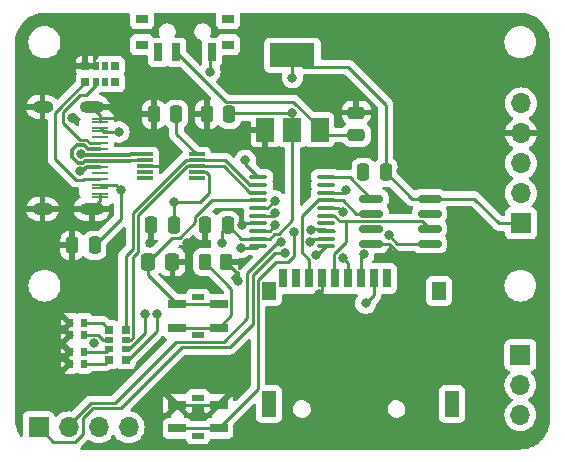
<source format=gbr>
%TF.GenerationSoftware,KiCad,Pcbnew,7.0.8*%
%TF.CreationDate,2024-02-27T14:33:36-06:00*%
%TF.ProjectId,Rickus-CH32V003,5269636b-7573-42d4-9348-333256303033,rev?*%
%TF.SameCoordinates,Original*%
%TF.FileFunction,Copper,L1,Top*%
%TF.FilePolarity,Positive*%
%FSLAX46Y46*%
G04 Gerber Fmt 4.6, Leading zero omitted, Abs format (unit mm)*
G04 Created by KiCad (PCBNEW 7.0.8) date 2024-02-27 14:33:36*
%MOMM*%
%LPD*%
G01*
G04 APERTURE LIST*
G04 Aperture macros list*
%AMRoundRect*
0 Rectangle with rounded corners*
0 $1 Rounding radius*
0 $2 $3 $4 $5 $6 $7 $8 $9 X,Y pos of 4 corners*
0 Add a 4 corners polygon primitive as box body*
4,1,4,$2,$3,$4,$5,$6,$7,$8,$9,$2,$3,0*
0 Add four circle primitives for the rounded corners*
1,1,$1+$1,$2,$3*
1,1,$1+$1,$4,$5*
1,1,$1+$1,$6,$7*
1,1,$1+$1,$8,$9*
0 Add four rect primitives between the rounded corners*
20,1,$1+$1,$2,$3,$4,$5,0*
20,1,$1+$1,$4,$5,$6,$7,0*
20,1,$1+$1,$6,$7,$8,$9,0*
20,1,$1+$1,$8,$9,$2,$3,0*%
G04 Aperture macros list end*
%TA.AperFunction,ComponentPad*%
%ADD10R,1.700000X1.700000*%
%TD*%
%TA.AperFunction,ComponentPad*%
%ADD11O,1.700000X1.700000*%
%TD*%
%TA.AperFunction,SMDPad,CuDef*%
%ADD12R,1.000000X0.500000*%
%TD*%
%TA.AperFunction,SMDPad,CuDef*%
%ADD13R,1.500000X0.800000*%
%TD*%
%TA.AperFunction,SMDPad,CuDef*%
%ADD14R,1.500000X2.000000*%
%TD*%
%TA.AperFunction,SMDPad,CuDef*%
%ADD15R,3.800000X2.000000*%
%TD*%
%TA.AperFunction,SMDPad,CuDef*%
%ADD16RoundRect,0.250000X-0.250000X-0.475000X0.250000X-0.475000X0.250000X0.475000X-0.250000X0.475000X0*%
%TD*%
%TA.AperFunction,SMDPad,CuDef*%
%ADD17RoundRect,0.250000X-0.262500X-0.450000X0.262500X-0.450000X0.262500X0.450000X-0.262500X0.450000X0*%
%TD*%
%TA.AperFunction,SMDPad,CuDef*%
%ADD18RoundRect,0.250000X-0.337500X-0.475000X0.337500X-0.475000X0.337500X0.475000X-0.337500X0.475000X0*%
%TD*%
%TA.AperFunction,SMDPad,CuDef*%
%ADD19R,1.200000X1.500000*%
%TD*%
%TA.AperFunction,SMDPad,CuDef*%
%ADD20R,1.200000X2.200000*%
%TD*%
%TA.AperFunction,SMDPad,CuDef*%
%ADD21R,0.700000X1.600000*%
%TD*%
%TA.AperFunction,SMDPad,CuDef*%
%ADD22RoundRect,0.250000X0.250000X0.475000X-0.250000X0.475000X-0.250000X-0.475000X0.250000X-0.475000X0*%
%TD*%
%TA.AperFunction,SMDPad,CuDef*%
%ADD23R,1.400000X0.300000*%
%TD*%
%TA.AperFunction,SMDPad,CuDef*%
%ADD24R,0.500000X0.800000*%
%TD*%
%TA.AperFunction,SMDPad,CuDef*%
%ADD25R,0.700000X0.640000*%
%TD*%
%TA.AperFunction,SMDPad,CuDef*%
%ADD26R,0.700000X0.500000*%
%TD*%
%TA.AperFunction,SMDPad,CuDef*%
%ADD27RoundRect,0.150000X-0.825000X-0.150000X0.825000X-0.150000X0.825000X0.150000X-0.825000X0.150000X0*%
%TD*%
%TA.AperFunction,SMDPad,CuDef*%
%ADD28R,0.640000X0.700000*%
%TD*%
%TA.AperFunction,SMDPad,CuDef*%
%ADD29R,0.500000X0.700000*%
%TD*%
%TA.AperFunction,SMDPad,CuDef*%
%ADD30R,1.000000X0.800000*%
%TD*%
%TA.AperFunction,SMDPad,CuDef*%
%ADD31R,0.700000X1.500000*%
%TD*%
%TA.AperFunction,SMDPad,CuDef*%
%ADD32RoundRect,0.100000X-0.637500X-0.100000X0.637500X-0.100000X0.637500X0.100000X-0.637500X0.100000X0*%
%TD*%
%TA.AperFunction,SMDPad,CuDef*%
%ADD33RoundRect,0.250000X0.475000X-0.250000X0.475000X0.250000X-0.475000X0.250000X-0.475000X-0.250000X0*%
%TD*%
%TA.AperFunction,SMDPad,CuDef*%
%ADD34R,1.400000X0.250000*%
%TD*%
%TA.AperFunction,ComponentPad*%
%ADD35O,2.100000X1.000000*%
%TD*%
%TA.AperFunction,ComponentPad*%
%ADD36O,1.800000X1.000000*%
%TD*%
%TA.AperFunction,ViaPad*%
%ADD37C,0.800000*%
%TD*%
%TA.AperFunction,Conductor*%
%ADD38C,0.250000*%
%TD*%
%TA.AperFunction,Conductor*%
%ADD39C,0.310000*%
%TD*%
%TA.AperFunction,Conductor*%
%ADD40C,0.270000*%
%TD*%
G04 APERTURE END LIST*
D10*
%TO.P,J3,1,Pin_1*%
%TO.N,PA1*%
X220800000Y-99475000D03*
D11*
%TO.P,J3,2,Pin_2*%
%TO.N,PA2*%
X220800000Y-102015000D03*
%TO.P,J3,3,Pin_3*%
%TO.N,PD0*%
X220800000Y-104555000D03*
%TD*%
D10*
%TO.P,J2,1,Pin_1*%
%TO.N,VCC*%
X220850000Y-88330000D03*
D11*
%TO.P,J2,2,Pin_2*%
%TO.N,SWCL*%
X220850000Y-85790000D03*
%TO.P,J2,3,Pin_3*%
%TO.N,SWIO*%
X220850000Y-83250000D03*
%TO.P,J2,4,Pin_4*%
%TO.N,VSS*%
X220850000Y-80710000D03*
%TO.P,J2,5,Pin_5*%
%TO.N,MULTI2*%
X220850000Y-78170000D03*
%TD*%
D12*
%TO.P,SW1,*%
%TO.N,*%
X193500000Y-103100000D03*
X193500000Y-106300000D03*
D13*
%TO.P,SW1,1,1*%
%TO.N,VSS*%
X191750000Y-103700000D03*
%TO.P,SW1,2,2*%
X195250000Y-103700000D03*
%TO.P,SW1,3,K*%
%TO.N,PC3*%
X191750000Y-105700000D03*
%TO.P,SW1,4,A*%
X195250000Y-105700000D03*
%TD*%
D14*
%TO.P,U2,1,GND*%
%TO.N,VSS*%
X199200000Y-80400000D03*
%TO.P,U2,2,VO*%
%TO.N,VCC*%
X201500000Y-80400000D03*
D15*
X201500000Y-74100000D03*
D14*
%TO.P,U2,3,VI*%
%TO.N,Net-(SW2-B)*%
X203800000Y-80400000D03*
%TD*%
D12*
%TO.P,SW4,*%
%TO.N,*%
X193500000Y-94600000D03*
X193500000Y-97800000D03*
D13*
%TO.P,SW4,1,1*%
%TO.N,Net-(U3-PD7_NRST_T2CH4)*%
X191750000Y-95200000D03*
%TO.P,SW4,2,2*%
X195250000Y-95200000D03*
%TO.P,SW4,3,K*%
%TO.N,Net-(SW4-A)*%
X191750000Y-97200000D03*
%TO.P,SW4,4,A*%
X195250000Y-97200000D03*
%TD*%
D16*
%TO.P,C7,1*%
%TO.N,VSS*%
X182850000Y-90200000D03*
%TO.P,C7,2*%
%TO.N,VUSB*%
X184750000Y-90200000D03*
%TD*%
D17*
%TO.P,R1,1*%
%TO.N,Net-(SW4-A)*%
X194075000Y-91600000D03*
%TO.P,R1,2*%
%TO.N,VSS*%
X195900000Y-91600000D03*
%TD*%
D18*
%TO.P,C5,2*%
%TO.N,VSS*%
X191337500Y-91600000D03*
%TO.P,C5,1*%
%TO.N,Net-(U3-PD7_NRST_T2CH4)*%
X189262500Y-91600000D03*
%TD*%
D10*
%TO.P,J4,1,Pin_1*%
%TO.N,SDA*%
X180000000Y-105600000D03*
D11*
%TO.P,J4,2,Pin_2*%
%TO.N,SCL*%
X182540000Y-105600000D03*
%TO.P,J4,3,Pin_3*%
%TO.N,Net-(J4-Pin_3)*%
X185080000Y-105600000D03*
%TO.P,J4,4,Pin_4*%
%TO.N,Net-(J4-Pin_4)*%
X187620000Y-105600000D03*
%TD*%
D19*
%TO.P,J6,*%
%TO.N,*%
X199500000Y-94050000D03*
D20*
X199500000Y-103650000D03*
D19*
X213900000Y-94050000D03*
D20*
X215000000Y-103650000D03*
D21*
%TO.P,J6,1,Pin_1*%
%TO.N,unconnected-(J6-Pin_1-Pad1)*%
X209500000Y-93000000D03*
%TO.P,J6,2,Pin_2*%
%TO.N,SD_CS*%
X208400000Y-93000000D03*
%TO.P,J6,3,Pin_3*%
%TO.N,MOSI*%
X207300000Y-93000000D03*
%TO.P,J6,4,Pin_4*%
%TO.N,VCC*%
X206200000Y-93000000D03*
%TO.P,J6,5,Pin_5*%
%TO.N,SCK*%
X205100000Y-93000000D03*
%TO.P,J6,6,Pin_6*%
%TO.N,VSS*%
X204000000Y-93000000D03*
%TO.P,J6,7,Pin_7*%
%TO.N,MISO*%
X202900000Y-93000000D03*
%TO.P,J6,8,Pin_8*%
%TO.N,unconnected-(J6-Pin_8-Pad8)*%
X201800000Y-93000000D03*
%TO.P,J6,Cd*%
%TO.N,N/C*%
X200700000Y-93000000D03*
%TD*%
D22*
%TO.P,C2,1*%
%TO.N,VUSB*%
X191450000Y-88500000D03*
%TO.P,C2,2*%
%TO.N,VSS*%
X189550000Y-88500000D03*
%TD*%
D23*
%TO.P,U1,1,UD+*%
%TO.N,D+*%
X189000000Y-82500000D03*
%TO.P,U1,2,UD-*%
%TO.N,D-*%
X189000000Y-83000000D03*
%TO.P,U1,3,GND*%
%TO.N,VSS*%
X189000000Y-83500000D03*
%TO.P,U1,4,~{RTS}*%
%TO.N,Reset*%
X189000000Y-84000000D03*
%TO.P,U1,5,~{CTS}*%
%TO.N,unconnected-(U1-~{CTS}-Pad5)*%
X189000000Y-84500000D03*
%TO.P,U1,6,TNOW*%
%TO.N,unconnected-(U1-TNOW-Pad6)*%
X193400000Y-84500000D03*
%TO.P,U1,7,VCC*%
%TO.N,VUSB*%
X193400000Y-84000000D03*
%TO.P,U1,8,TXD*%
%TO.N,TX*%
X193400000Y-83500000D03*
%TO.P,U1,9,RXD*%
%TO.N,RX*%
X193400000Y-83000000D03*
%TO.P,U1,10,V3*%
%TO.N,Net-(U1-V3)*%
X193400000Y-82500000D03*
%TD*%
D24*
%TO.P,D5,1,K2*%
%TO.N,VSS*%
X182662500Y-100200000D03*
%TO.P,D5,2,K1*%
X182662500Y-99200000D03*
%TO.P,D5,3,A1*%
%TO.N,Net-(D5-A1)*%
X183862500Y-99200000D03*
%TO.P,D5,4,A2*%
%TO.N,Net-(D5-A2)*%
X183862500Y-100200000D03*
%TD*%
D16*
%TO.P,C6,1*%
%TO.N,GND*%
X207500000Y-84000000D03*
%TO.P,C6,2*%
%TO.N,VCC*%
X209400000Y-84000000D03*
%TD*%
D22*
%TO.P,C1,1*%
%TO.N,Net-(U1-V3)*%
X191650000Y-79100000D03*
%TO.P,C1,2*%
%TO.N,VSS*%
X189750000Y-79100000D03*
%TD*%
D25*
%TO.P,RN2,1,R1.1*%
%TO.N,VCC*%
X187362500Y-99870000D03*
D26*
%TO.P,RN2,2,R2.1*%
%TO.N,PD4*%
X187362500Y-99000000D03*
%TO.P,RN2,3,R3.1*%
%TO.N,TX*%
X187362500Y-98200000D03*
D25*
%TO.P,RN2,4,R4.1*%
%TO.N,RX*%
X187362500Y-97330000D03*
%TO.P,RN2,5,R4.2*%
%TO.N,Net-(D1-A1)*%
X185962500Y-97330000D03*
D26*
%TO.P,RN2,6,R3.2*%
%TO.N,Net-(D1-A2)*%
X185962500Y-98200000D03*
%TO.P,RN2,7,R2.2*%
%TO.N,Net-(D5-A1)*%
X185962500Y-99000000D03*
D25*
%TO.P,RN2,8,R1.2*%
%TO.N,Net-(D5-A2)*%
X185962500Y-99870000D03*
%TD*%
D27*
%TO.P,U4,1,~{CE}*%
%TO.N,PSRAM_CS*%
X208162500Y-86240000D03*
%TO.P,U4,2,SO/SIO*%
%TO.N,MISO*%
X208162500Y-87510000D03*
%TO.P,U4,3,SIO2*%
%TO.N,unconnected-(U4-SIO2-Pad3)*%
X208162500Y-88780000D03*
%TO.P,U4,4,VSS*%
%TO.N,VSS*%
X208162500Y-90050000D03*
%TO.P,U4,5,SI/SIO*%
%TO.N,MOSI*%
X213112500Y-90050000D03*
%TO.P,U4,6,SCLK*%
%TO.N,SCK*%
X213112500Y-88780000D03*
%TO.P,U4,7,SIO3*%
%TO.N,unconnected-(U4-SIO3-Pad7)*%
X213112500Y-87510000D03*
%TO.P,U4,8,VCC*%
%TO.N,VCC*%
X213112500Y-86240000D03*
%TD*%
D16*
%TO.P,C8,1*%
%TO.N,VSS*%
X194100000Y-88500000D03*
%TO.P,C8,2*%
%TO.N,VCC*%
X196000000Y-88500000D03*
%TD*%
D28*
%TO.P,RN1,1,R1.1*%
%TO.N,unconnected-(RN1-R1.1-Pad1)*%
X186500000Y-75000000D03*
D29*
%TO.P,RN1,2,R2.1*%
%TO.N,unconnected-(RN1-R2.1-Pad2)*%
X185630000Y-75000000D03*
%TO.P,RN1,3,R3.1*%
%TO.N,VSS*%
X184830000Y-75000000D03*
D28*
%TO.P,RN1,4,R4.1*%
X183960000Y-75000000D03*
%TO.P,RN1,5,R4.2*%
%TO.N,Net-(J1-CC2)*%
X183960000Y-76400000D03*
D29*
%TO.P,RN1,6,R3.2*%
%TO.N,Net-(J1-CC1)*%
X184830000Y-76400000D03*
%TO.P,RN1,7,R2.2*%
%TO.N,unconnected-(RN1-R2.2-Pad7)*%
X185630000Y-76400000D03*
D28*
%TO.P,RN1,8,R1.2*%
%TO.N,unconnected-(RN1-R1.2-Pad8)*%
X186500000Y-76400000D03*
%TD*%
D30*
%TO.P,SW2,*%
%TO.N,*%
X196050000Y-73210000D03*
X196050000Y-71000000D03*
X188750000Y-73210000D03*
X188750000Y-71000000D03*
D31*
%TO.P,SW2,1,A*%
%TO.N,VUSB*%
X194650000Y-73860000D03*
%TO.P,SW2,2,B*%
%TO.N,Net-(SW2-B)*%
X191650000Y-73860000D03*
%TO.P,SW2,3,C*%
%TO.N,unconnected-(SW2-C-Pad3)*%
X190150000Y-73860000D03*
%TD*%
D32*
%TO.P,U3,1,PD4_A7_T2AETR2*%
%TO.N,PD4*%
X198600000Y-84425000D03*
%TO.P,U3,2,PD5_A5_UART_TX*%
%TO.N,RX*%
X198600000Y-85075000D03*
%TO.P,U3,3,PD6_A6_UART_RX*%
%TO.N,TX*%
X198600000Y-85725000D03*
%TO.P,U3,4,PD7_NRST_T2CH4*%
%TO.N,Net-(U3-PD7_NRST_T2CH4)*%
X198600000Y-86375000D03*
%TO.P,U3,5,PA1_A1_T1CH2_OSCI*%
%TO.N,PA1*%
X198600000Y-87025000D03*
%TO.P,U3,6,PA2_A0_T1CH2N_OSCO*%
%TO.N,PA2*%
X198600000Y-87675000D03*
%TO.P,U3,7,vss*%
%TO.N,VSS*%
X198600000Y-88325000D03*
%TO.P,U3,8,PD0_T1CH1N*%
%TO.N,PD0*%
X198600000Y-88975000D03*
%TO.P,U3,9,VDD*%
%TO.N,VCC*%
X198600000Y-89625000D03*
%TO.P,U3,10,PC0_T2CH3*%
%TO.N,SD_CS*%
X198600000Y-90275000D03*
%TO.P,U3,11,PC1_SDA*%
%TO.N,SDA*%
X204325000Y-90275000D03*
%TO.P,U3,12,PC2_SCL*%
%TO.N,SCL*%
X204325000Y-89625000D03*
%TO.P,U3,13,PC3*%
%TO.N,PC3*%
X204325000Y-88975000D03*
%TO.P,U3,14,PC4_A2_T1CH4*%
%TO.N,unconnected-(U3-PC4_A2_T1CH4-Pad14)*%
X204325000Y-88325000D03*
%TO.P,U3,15,PC5_SCK*%
%TO.N,SCK*%
X204325000Y-87675000D03*
%TO.P,U3,16,PC6_MOSI*%
%TO.N,MOSI*%
X204325000Y-87025000D03*
%TO.P,U3,17,PC7_MISO*%
%TO.N,MISO*%
X204325000Y-86375000D03*
%TO.P,U3,18,SWIO&PD1_T1CH3N*%
%TO.N,SWIO*%
X204325000Y-85725000D03*
%TO.P,U3,19,PD2_A3_T2CH1*%
%TO.N,unconnected-(U3-PD2_A3_T2CH1-Pad19)*%
X204325000Y-85075000D03*
%TO.P,U3,20,PD1_A4_T1CH2*%
%TO.N,PSRAM_CS*%
X204325000Y-84425000D03*
%TD*%
D33*
%TO.P,C3,1*%
%TO.N,Net-(SW2-B)*%
X206900000Y-80850000D03*
%TO.P,C3,2*%
%TO.N,VSS*%
X206900000Y-78950000D03*
%TD*%
D22*
%TO.P,C4,1*%
%TO.N,VCC*%
X196150000Y-79100000D03*
%TO.P,C4,2*%
%TO.N,VSS*%
X194250000Y-79100000D03*
%TD*%
D34*
%TO.P,J1,A1,GND*%
%TO.N,VSS*%
X185187500Y-79475000D03*
%TO.P,J1,A4,VBUS*%
%TO.N,VUSB*%
X185187500Y-80275000D03*
%TO.P,J1,A5,CC1*%
%TO.N,Net-(J1-CC1)*%
X185187500Y-81550000D03*
%TO.P,J1,A6,D+*%
%TO.N,D+*%
X185187500Y-82550000D03*
%TO.P,J1,A7,D-*%
%TO.N,D-*%
X185187500Y-83050000D03*
%TO.P,J1,A8,SBU1*%
%TO.N,unconnected-(J1-SBU1-PadA8)*%
X185187500Y-81050000D03*
%TO.P,J1,A9,VBUS*%
%TO.N,VUSB*%
X185187500Y-85325000D03*
%TO.P,J1,A12,GND*%
%TO.N,VSS*%
X185187500Y-86125000D03*
%TO.P,J1,B1,GND*%
X185187500Y-85875000D03*
%TO.P,J1,B4,VBUS*%
%TO.N,VUSB*%
X185187500Y-85075000D03*
%TO.P,J1,B5,CC2*%
%TO.N,Net-(J1-CC2)*%
X185187500Y-84550000D03*
%TO.P,J1,B6,D+*%
%TO.N,D+*%
X185187500Y-83550000D03*
%TO.P,J1,B7,D-*%
%TO.N,D-*%
X185187500Y-82050000D03*
%TO.P,J1,B8,SBU2*%
%TO.N,unconnected-(J1-SBU2-PadB8)*%
X185187500Y-84050000D03*
%TO.P,J1,B9,VBUS*%
%TO.N,VUSB*%
X185187500Y-80525000D03*
%TO.P,J1,B12,GND*%
%TO.N,VSS*%
X185187500Y-79725000D03*
D35*
%TO.P,J1,S1,SHIELD*%
X184487500Y-78480000D03*
D36*
X180337500Y-78480000D03*
D35*
X184487500Y-87120000D03*
D36*
X180337500Y-87120000D03*
%TD*%
D24*
%TO.P,D1,1,K2*%
%TO.N,VSS*%
X182662500Y-97800000D03*
%TO.P,D1,2,K1*%
X182662500Y-96800000D03*
%TO.P,D1,3,A1*%
%TO.N,Net-(D1-A1)*%
X183862500Y-96800000D03*
%TO.P,D1,4,A2*%
%TO.N,Net-(D1-A2)*%
X183862500Y-97800000D03*
%TD*%
D37*
%TO.N,VSS*%
X211600000Y-91950000D03*
%TO.N,PD0*%
X200050000Y-88500000D03*
%TO.N,PA2*%
X200004869Y-87419221D03*
%TO.N,PA1*%
X199981943Y-86416841D03*
%TO.N,VSS*%
X210716865Y-83930000D03*
X189400000Y-90000000D03*
X187800000Y-77900000D03*
X195400000Y-81400000D03*
X198400000Y-76300000D03*
X189400000Y-76500000D03*
X197250000Y-88500000D03*
X183300000Y-102000000D03*
X205500000Y-76300000D03*
X190000000Y-105300000D03*
X203800000Y-83100000D03*
X186400000Y-90700000D03*
X184728778Y-98496841D03*
X191000000Y-83000000D03*
X186700000Y-101600000D03*
X199500000Y-82800000D03*
X182860380Y-79417500D03*
X210300000Y-87000000D03*
X192600000Y-90000000D03*
X203720848Y-94295542D03*
X182100000Y-85500000D03*
X196900000Y-93200000D03*
X194600000Y-101000000D03*
X206000000Y-82700000D03*
%TO.N,VUSB*%
X186800000Y-80600000D03*
X187000000Y-85500000D03*
X191500000Y-86500000D03*
X194500000Y-75500000D03*
%TO.N,VCC*%
X201500000Y-79000000D03*
X201500000Y-76000000D03*
X195500000Y-90000000D03*
X205751710Y-91227016D03*
X190000000Y-96000000D03*
%TO.N,D+*%
X183553937Y-82428631D03*
X183474774Y-83929652D03*
%TO.N,SD_CS*%
X207700000Y-95100000D03*
X197100000Y-90400000D03*
%TO.N,MOSI*%
X209644286Y-89325000D03*
X207537653Y-90962347D03*
X205735837Y-87371990D03*
%TO.N,SWIO*%
X206000000Y-85471990D03*
%TO.N,SDA*%
X200827974Y-90878159D03*
X203500000Y-91000000D03*
%TO.N,SCL*%
X200493711Y-89935676D03*
X203023108Y-89924543D03*
%TO.N,PD4*%
X189000000Y-96000000D03*
X197500000Y-83000000D03*
%TO.N,PC3*%
X201596220Y-89074086D03*
X203046220Y-88925000D03*
%TD*%
D38*
%TO.N,Net-(J1-CC1)*%
X184351149Y-81550000D02*
X185187500Y-81550000D01*
X182100000Y-79843631D02*
X183500000Y-81243631D01*
X182100000Y-78900000D02*
X182100000Y-79843631D01*
X183550000Y-77450000D02*
X182100000Y-78900000D01*
X184044781Y-81243631D02*
X184351149Y-81550000D01*
X184039620Y-77450000D02*
X183550000Y-77450000D01*
X184830000Y-76659620D02*
X184039620Y-77450000D01*
X183500000Y-81243631D02*
X184044781Y-81243631D01*
X184830000Y-76400000D02*
X184830000Y-76659620D01*
%TO.N,Net-(J1-CC2)*%
X183879731Y-84550000D02*
X185187500Y-84550000D01*
X181400000Y-82880183D02*
X183174469Y-84654652D01*
X181400000Y-78982425D02*
X181400000Y-82880183D01*
X181650000Y-78710000D02*
X181650000Y-78732425D01*
X183960000Y-76400000D02*
X181650000Y-78710000D01*
X183174469Y-84654652D02*
X183775079Y-84654652D01*
X183775079Y-84654652D02*
X183879731Y-84550000D01*
X181650000Y-78732425D02*
X181400000Y-78982425D01*
%TO.N,SDA*%
X199985445Y-90878159D02*
X200827974Y-90878159D01*
X198125000Y-92738604D02*
X199985445Y-90878159D01*
X198125000Y-96875000D02*
X198125000Y-92738604D01*
X196175000Y-98825000D02*
X198125000Y-96875000D01*
X183800000Y-104800000D02*
X184600000Y-104000000D01*
X186956396Y-104000000D02*
X192131396Y-98825000D01*
X183800000Y-106155000D02*
X183800000Y-104800000D01*
X183105000Y-106850000D02*
X183800000Y-106155000D01*
X181250000Y-106850000D02*
X183105000Y-106850000D01*
X180000000Y-105600000D02*
X181250000Y-106850000D01*
X184600000Y-104000000D02*
X186956396Y-104000000D01*
X192131396Y-98825000D02*
X196175000Y-98825000D01*
%TO.N,SCL*%
X200291532Y-89935676D02*
X200493711Y-89935676D01*
X197675000Y-96384620D02*
X197675000Y-92552208D01*
X195684620Y-98375000D02*
X197675000Y-96384620D01*
X191625000Y-98375000D02*
X195684620Y-98375000D01*
X186450000Y-103550000D02*
X191625000Y-98375000D01*
X184413604Y-103550000D02*
X186450000Y-103550000D01*
X197675000Y-92552208D02*
X200291532Y-89935676D01*
X182540000Y-105600000D02*
X182540000Y-105423604D01*
X182540000Y-105423604D02*
X184413604Y-103550000D01*
%TO.N,VSS*%
X208162500Y-90050000D02*
X209700000Y-90050000D01*
%TO.N,MOSI*%
X210369286Y-90050000D02*
X209644286Y-89325000D01*
X213112500Y-90050000D02*
X210369286Y-90050000D01*
%TO.N,VSS*%
X209700000Y-90050000D02*
X211600000Y-91950000D01*
%TO.N,VCC*%
X199564657Y-89625000D02*
X198600000Y-89625000D01*
X200350305Y-89225000D02*
X199964657Y-89225000D01*
X201500000Y-88075305D02*
X200350305Y-89225000D01*
X201500000Y-80400000D02*
X201500000Y-88075305D01*
%TO.N,PC3*%
X201596220Y-91135218D02*
X201596220Y-89074086D01*
X200137221Y-91603159D02*
X201128279Y-91603159D01*
X198575000Y-93165380D02*
X200137221Y-91603159D01*
X198575000Y-102375000D02*
X198575000Y-93165380D01*
X195250000Y-105700000D02*
X198575000Y-102375000D01*
X201128279Y-91603159D02*
X201596220Y-91135218D01*
%TO.N,PA2*%
X199749090Y-87675000D02*
X200004869Y-87419221D01*
%TO.N,MISO*%
X203636458Y-86375000D02*
X204325000Y-86375000D01*
X202321220Y-87690238D02*
X203636458Y-86375000D01*
X202900000Y-93000000D02*
X202900000Y-91425305D01*
%TO.N,PC3*%
X204200000Y-88850000D02*
X203121220Y-88850000D01*
%TO.N,MISO*%
X202267799Y-89427812D02*
X202321220Y-89374391D01*
%TO.N,PA1*%
X199373784Y-87025000D02*
X199981943Y-86416841D01*
%TO.N,MISO*%
X202267799Y-90793104D02*
X202267799Y-89427812D01*
%TO.N,PC3*%
X204325000Y-88975000D02*
X204200000Y-88850000D01*
X203121220Y-88850000D02*
X203046220Y-88925000D01*
%TO.N,PD0*%
X199575000Y-88975000D02*
X198600000Y-88975000D01*
%TO.N,PA1*%
X198600000Y-87025000D02*
X199373784Y-87025000D01*
%TO.N,SCL*%
X203322651Y-89625000D02*
X203023108Y-89924543D01*
%TO.N,MISO*%
X202900000Y-91425305D02*
X202267799Y-90793104D01*
%TO.N,SCL*%
X204325000Y-89625000D02*
X203322651Y-89625000D01*
%TO.N,SCK*%
X206000000Y-89938542D02*
X206000000Y-88155000D01*
X205026710Y-90911832D02*
X206000000Y-89938542D01*
X205026710Y-92926710D02*
X205026710Y-90911832D01*
%TO.N,PD0*%
X200050000Y-88500000D02*
X199575000Y-88975000D01*
%TO.N,SCK*%
X205100000Y-93000000D02*
X205026710Y-92926710D01*
%TO.N,VCC*%
X206200000Y-91675306D02*
X205751710Y-91227016D01*
X206200000Y-93000000D02*
X206200000Y-91675306D01*
%TO.N,PA2*%
X198600000Y-87675000D02*
X199749090Y-87675000D01*
%TO.N,VCC*%
X199964657Y-89225000D02*
X199564657Y-89625000D01*
%TO.N,MISO*%
X202321220Y-89374391D02*
X202321220Y-87690238D01*
%TO.N,MOSI*%
X207300000Y-91200000D02*
X207537653Y-90962347D01*
X207300000Y-93000000D02*
X207300000Y-91200000D01*
%TO.N,SWIO*%
X204325000Y-85725000D02*
X205746990Y-85725000D01*
X205746990Y-85725000D02*
X206000000Y-85471990D01*
%TO.N,VCC*%
X218980000Y-88330000D02*
X216890000Y-86240000D01*
X220850000Y-88330000D02*
X218980000Y-88330000D01*
X216890000Y-86240000D02*
X213112500Y-86240000D01*
X206200000Y-75100000D02*
X209400000Y-78300000D01*
X201500000Y-74100000D02*
X202500000Y-75100000D01*
X202500000Y-75100000D02*
X206200000Y-75100000D01*
X209400000Y-78300000D02*
X209400000Y-84000000D01*
%TO.N,Net-(U1-V3)*%
X191650000Y-79100000D02*
X191650000Y-80750000D01*
X191650000Y-80750000D02*
X193400000Y-82500000D01*
%TO.N,VSS*%
X185187500Y-79725000D02*
X185187500Y-79180000D01*
X204000000Y-94016390D02*
X203720848Y-94295542D01*
X185187500Y-79180000D02*
X184487500Y-78480000D01*
X189000000Y-83500000D02*
X190500000Y-83500000D01*
X190500000Y-83500000D02*
X191000000Y-83000000D01*
X196900000Y-93200000D02*
X196900000Y-92600000D01*
X204000000Y-93000000D02*
X204000000Y-94016390D01*
X185187500Y-85875000D02*
X185187500Y-86420000D01*
X185187500Y-86420000D02*
X184487500Y-87120000D01*
X197250000Y-88500000D02*
X197425000Y-88325000D01*
X196900000Y-92600000D02*
X195900000Y-91600000D01*
X191750000Y-103700000D02*
X195250000Y-103700000D01*
X197425000Y-88325000D02*
X198600000Y-88325000D01*
%TO.N,VUSB*%
X194500000Y-75500000D02*
X194500000Y-74010000D01*
X186575000Y-85075000D02*
X185187500Y-85075000D01*
X184750000Y-90200000D02*
X187000000Y-87950000D01*
X193650000Y-86500000D02*
X191500000Y-86500000D01*
X194425000Y-84215380D02*
X194425000Y-85725000D01*
X191450000Y-88500000D02*
X191450000Y-86550000D01*
X187000000Y-87950000D02*
X187000000Y-85500000D01*
X185512500Y-80600000D02*
X185187500Y-80275000D01*
X194209620Y-84000000D02*
X194425000Y-84215380D01*
X187000000Y-85500000D02*
X186575000Y-85075000D01*
X194425000Y-85725000D02*
X193650000Y-86500000D01*
X194500000Y-74010000D02*
X194650000Y-73860000D01*
X186800000Y-80600000D02*
X185512500Y-80600000D01*
X191450000Y-86550000D02*
X191500000Y-86500000D01*
X193400000Y-84000000D02*
X194209620Y-84000000D01*
%TO.N,Net-(SW2-B)*%
X204250000Y-80850000D02*
X206900000Y-80850000D01*
X195840000Y-78050000D02*
X201575305Y-78050000D01*
X203800000Y-80274695D02*
X203800000Y-80400000D01*
X203800000Y-80400000D02*
X204250000Y-80850000D01*
X191650000Y-73860000D02*
X195840000Y-78050000D01*
X201575305Y-78050000D02*
X203800000Y-80274695D01*
%TO.N,VCC*%
X196000000Y-88500000D02*
X197125000Y-89625000D01*
X195500000Y-89000000D02*
X196000000Y-88500000D01*
X211640000Y-86240000D02*
X213112500Y-86240000D01*
X201500000Y-76000000D02*
X201500000Y-74100000D01*
X195500000Y-90000000D02*
X195500000Y-89000000D01*
X201500000Y-79000000D02*
X196250000Y-79000000D01*
X187552120Y-99870000D02*
X187362500Y-99870000D01*
X190000000Y-96000000D02*
X190000000Y-97422120D01*
X209400000Y-84000000D02*
X211640000Y-86240000D01*
X190000000Y-97422120D02*
X187552120Y-99870000D01*
X201500000Y-80400000D02*
X201500000Y-79000000D01*
X196250000Y-79000000D02*
X196150000Y-79100000D01*
X197125000Y-89625000D02*
X198600000Y-89625000D01*
%TO.N,Net-(U3-PD7_NRST_T2CH4)*%
X194686826Y-86375000D02*
X198600000Y-86375000D01*
X189262500Y-91600000D02*
X191312500Y-89550000D01*
X193275000Y-87786826D02*
X194686826Y-86375000D01*
X189262500Y-92712500D02*
X191750000Y-95200000D01*
X195250000Y-95200000D02*
X191750000Y-95200000D01*
X189262500Y-91600000D02*
X189262500Y-92712500D01*
X193275000Y-88225000D02*
X193275000Y-87786826D01*
X191312500Y-89550000D02*
X191950000Y-89550000D01*
X191950000Y-89550000D02*
X193275000Y-88225000D01*
D39*
%TO.N,D+*%
X184097559Y-83550000D02*
X183717907Y-83929652D01*
X185187500Y-82550000D02*
X183675306Y-82550000D01*
X185187500Y-83550000D02*
X184097559Y-83550000D01*
X187553246Y-82550000D02*
X187563246Y-82560000D01*
X187563246Y-82560000D02*
X187725500Y-82560000D01*
X187785500Y-82500000D02*
X189000000Y-82500000D01*
X183675306Y-82550000D02*
X183553937Y-82428631D01*
X185187500Y-82550000D02*
X187553246Y-82550000D01*
X183717907Y-83929652D02*
X183474774Y-83929652D01*
X187725500Y-82560000D02*
X187785500Y-82500000D01*
%TO.N,D-*%
X184172327Y-82050000D02*
X183845958Y-81723631D01*
X185187500Y-82050000D02*
X184172327Y-82050000D01*
X182848937Y-82720652D02*
X183333285Y-83205000D01*
D40*
X187745500Y-83000000D02*
X187715500Y-83030000D01*
D39*
X183261916Y-81723631D02*
X182848937Y-82136610D01*
X183845958Y-81723631D02*
X183261916Y-81723631D01*
X183333285Y-83205000D02*
X183792021Y-83205000D01*
X186237501Y-83050000D02*
X186257501Y-83030000D01*
X183792021Y-83205000D02*
X183947021Y-83050000D01*
X185187500Y-83050000D02*
X186237501Y-83050000D01*
X186257501Y-83030000D02*
X187715500Y-83030000D01*
D40*
X189000000Y-83000000D02*
X187745500Y-83000000D01*
D39*
X182848937Y-82136610D02*
X182848937Y-82720652D01*
X183947021Y-83050000D02*
X185187500Y-83050000D01*
D38*
%TO.N,SD_CS*%
X197100000Y-90400000D02*
X198475000Y-90400000D01*
X208400000Y-94400000D02*
X207700000Y-95100000D01*
X208400000Y-93000000D02*
X208400000Y-94400000D01*
X198475000Y-90400000D02*
X198600000Y-90275000D01*
%TO.N,MOSI*%
X205388847Y-87025000D02*
X204325000Y-87025000D01*
X205735837Y-87371990D02*
X205388847Y-87025000D01*
%TO.N,SCK*%
X212487500Y-88155000D02*
X206000000Y-88155000D01*
X205013542Y-87675000D02*
X204325000Y-87675000D01*
X205493542Y-88155000D02*
X205013542Y-87675000D01*
X213112500Y-88780000D02*
X212487500Y-88155000D01*
X206000000Y-88155000D02*
X205493542Y-88155000D01*
%TO.N,MISO*%
X208162500Y-87510000D02*
X206899152Y-87510000D01*
X206899152Y-87510000D02*
X205764152Y-86375000D01*
X205764152Y-86375000D02*
X204325000Y-86375000D01*
%TO.N,SDA*%
X203600000Y-91000000D02*
X204325000Y-90275000D01*
X203500000Y-91000000D02*
X203600000Y-91000000D01*
%TO.N,Net-(SW4-A)*%
X196325000Y-93850000D02*
X196325000Y-96125000D01*
X195225000Y-97225000D02*
X191775000Y-97225000D01*
X196325000Y-96125000D02*
X195250000Y-97200000D01*
X191775000Y-97225000D02*
X191750000Y-97200000D01*
X194075000Y-91600000D02*
X196325000Y-93850000D01*
X195250000Y-97200000D02*
X195225000Y-97225000D01*
%TO.N,PD4*%
X189000000Y-97636396D02*
X187636396Y-99000000D01*
X197500000Y-83000000D02*
X197500000Y-83325000D01*
X189000000Y-96000000D02*
X189000000Y-97636396D01*
X188987347Y-96012653D02*
X189000000Y-96000000D01*
X197500000Y-83325000D02*
X198600000Y-84425000D01*
X187636396Y-99000000D02*
X187362500Y-99000000D01*
%TO.N,TX*%
X197911458Y-85725000D02*
X198600000Y-85725000D01*
X188450000Y-90786826D02*
X188037500Y-91199326D01*
X195686458Y-83500000D02*
X197911458Y-85725000D01*
X188037500Y-97962500D02*
X187800000Y-98200000D01*
X187800000Y-98200000D02*
X187362500Y-98200000D01*
X188450000Y-87640380D02*
X188450000Y-90786826D01*
X192590380Y-83500000D02*
X188450000Y-87640380D01*
X188037500Y-91199326D02*
X188037500Y-97962500D01*
X193400000Y-83500000D02*
X192590380Y-83500000D01*
X193400000Y-83500000D02*
X195686458Y-83500000D01*
%TO.N,RX*%
X192453984Y-83000000D02*
X193400000Y-83000000D01*
X198600000Y-85075000D02*
X197897854Y-85075000D01*
X187362500Y-91137500D02*
X188000000Y-90500000D01*
X197897854Y-85075000D02*
X195822854Y-83000000D01*
X187362500Y-97330000D02*
X187362500Y-91137500D01*
X188000000Y-90500000D02*
X188000000Y-87453984D01*
X195822854Y-83000000D02*
X193400000Y-83000000D01*
X188000000Y-87453984D02*
X192453984Y-83000000D01*
%TO.N,PC3*%
X205013542Y-88975000D02*
X204325000Y-88975000D01*
X195250000Y-105700000D02*
X191750000Y-105700000D01*
%TO.N,PSRAM_CS*%
X208162500Y-86240000D02*
X206347500Y-84425000D01*
X206347500Y-84425000D02*
X204325000Y-84425000D01*
%TO.N,Net-(D1-A1)*%
X185432500Y-96800000D02*
X183862500Y-96800000D01*
X185962500Y-97330000D02*
X185432500Y-96800000D01*
%TO.N,Net-(D1-A2)*%
X183890659Y-97771841D02*
X183862500Y-97800000D01*
X185962500Y-98200000D02*
X185457242Y-98200000D01*
X185029083Y-97771841D02*
X183890659Y-97771841D01*
X185457242Y-98200000D02*
X185029083Y-97771841D01*
%TO.N,Net-(D5-A1)*%
X185740659Y-99221841D02*
X183884341Y-99221841D01*
X185962500Y-99000000D02*
X185740659Y-99221841D01*
X183884341Y-99221841D02*
X183862500Y-99200000D01*
%TO.N,Net-(D5-A2)*%
X185632500Y-100200000D02*
X183862500Y-100200000D01*
X185962500Y-99870000D02*
X185632500Y-100200000D01*
%TD*%
%TA.AperFunction,Conductor*%
%TO.N,VSS*%
G36*
X187692539Y-70520185D02*
G01*
X187738294Y-70572989D01*
X187749500Y-70624500D01*
X187749500Y-71447870D01*
X187749501Y-71447876D01*
X187755908Y-71507483D01*
X187806202Y-71642328D01*
X187806206Y-71642335D01*
X187892452Y-71757544D01*
X187892455Y-71757547D01*
X188007664Y-71843793D01*
X188007671Y-71843797D01*
X188142517Y-71894091D01*
X188142516Y-71894091D01*
X188149444Y-71894835D01*
X188202127Y-71900500D01*
X189297872Y-71900499D01*
X189357483Y-71894091D01*
X189492331Y-71843796D01*
X189607546Y-71757546D01*
X189693796Y-71642331D01*
X189744091Y-71507483D01*
X189750500Y-71447873D01*
X189750499Y-70624499D01*
X189770183Y-70557461D01*
X189822987Y-70511706D01*
X189874499Y-70500500D01*
X194925500Y-70500500D01*
X194992539Y-70520185D01*
X195038294Y-70572989D01*
X195049500Y-70624500D01*
X195049500Y-71447870D01*
X195049501Y-71447876D01*
X195055908Y-71507483D01*
X195106202Y-71642328D01*
X195106206Y-71642335D01*
X195192452Y-71757544D01*
X195192455Y-71757547D01*
X195307664Y-71843793D01*
X195307671Y-71843797D01*
X195442517Y-71894091D01*
X195442516Y-71894091D01*
X195449444Y-71894835D01*
X195502127Y-71900500D01*
X196597872Y-71900499D01*
X196657483Y-71894091D01*
X196792331Y-71843796D01*
X196907546Y-71757546D01*
X196993796Y-71642331D01*
X197044091Y-71507483D01*
X197050500Y-71447873D01*
X197050499Y-70624499D01*
X197070183Y-70557461D01*
X197122987Y-70511706D01*
X197174499Y-70500500D01*
X213999901Y-70500500D01*
X220798123Y-70500500D01*
X220801867Y-70500613D01*
X220818189Y-70501600D01*
X220898917Y-70506483D01*
X221106399Y-70520082D01*
X221113502Y-70520963D01*
X221249227Y-70545836D01*
X221415664Y-70578942D01*
X221421961Y-70580544D01*
X221552376Y-70621183D01*
X221561157Y-70623920D01*
X221715039Y-70676155D01*
X221720539Y-70678321D01*
X221856505Y-70739514D01*
X221999853Y-70810206D01*
X222004493Y-70812747D01*
X222132387Y-70890062D01*
X222134758Y-70891570D01*
X222265590Y-70978990D01*
X222269382Y-70981736D01*
X222387552Y-71074316D01*
X222390196Y-71076508D01*
X222508075Y-71179885D01*
X222511037Y-71182659D01*
X222617339Y-71288961D01*
X222620113Y-71291923D01*
X222723490Y-71409802D01*
X222725682Y-71412446D01*
X222818262Y-71530616D01*
X222821008Y-71534408D01*
X222908428Y-71665240D01*
X222909936Y-71667611D01*
X222987251Y-71795505D01*
X222989799Y-71800160D01*
X223060491Y-71943507D01*
X223121675Y-72079454D01*
X223123848Y-72084973D01*
X223176079Y-72238842D01*
X223202046Y-72322170D01*
X223215767Y-72366204D01*
X223219446Y-72378008D01*
X223221063Y-72384362D01*
X223254167Y-72550791D01*
X223279033Y-72686486D01*
X223279917Y-72693612D01*
X223293517Y-72901100D01*
X223299386Y-72998122D01*
X223299499Y-73001901D01*
X223281733Y-104980374D01*
X223281620Y-104984084D01*
X223275748Y-105081152D01*
X223262148Y-105288608D01*
X223261264Y-105295734D01*
X223236397Y-105431428D01*
X223203288Y-105597871D01*
X223201670Y-105604225D01*
X223158314Y-105743356D01*
X223106067Y-105897268D01*
X223103894Y-105902787D01*
X223042723Y-106038701D01*
X222972020Y-106182068D01*
X222969472Y-106186722D01*
X222892162Y-106314608D01*
X222890655Y-106316979D01*
X222803229Y-106447820D01*
X222800483Y-106451612D01*
X222707912Y-106569770D01*
X222705720Y-106572413D01*
X222602331Y-106690305D01*
X222599557Y-106693267D01*
X222493267Y-106799557D01*
X222490305Y-106802331D01*
X222372413Y-106905720D01*
X222369770Y-106907912D01*
X222251612Y-107000483D01*
X222247820Y-107003229D01*
X222116979Y-107090655D01*
X222114608Y-107092162D01*
X221986722Y-107169472D01*
X221982068Y-107172020D01*
X221838701Y-107242723D01*
X221702787Y-107303894D01*
X221697268Y-107306067D01*
X221543356Y-107358314D01*
X221404225Y-107401670D01*
X221397871Y-107403288D01*
X221231428Y-107436397D01*
X221095734Y-107461264D01*
X221088608Y-107462148D01*
X220881152Y-107475748D01*
X220784098Y-107481620D01*
X220780352Y-107481733D01*
X183657694Y-107481733D01*
X183590655Y-107462048D01*
X183544900Y-107409244D01*
X183534956Y-107340086D01*
X183562128Y-107278719D01*
X183566295Y-107273681D01*
X183570196Y-107269392D01*
X184130612Y-106708976D01*
X184191934Y-106675493D01*
X184261626Y-106680477D01*
X184289415Y-106695084D01*
X184402165Y-106774032D01*
X184402167Y-106774033D01*
X184402170Y-106774035D01*
X184616337Y-106873903D01*
X184844592Y-106935063D01*
X185021034Y-106950500D01*
X185079999Y-106955659D01*
X185080000Y-106955659D01*
X185080001Y-106955659D01*
X185138966Y-106950500D01*
X185315408Y-106935063D01*
X185543663Y-106873903D01*
X185757830Y-106774035D01*
X185951401Y-106638495D01*
X186118495Y-106471401D01*
X186248425Y-106285842D01*
X186303002Y-106242217D01*
X186372500Y-106235023D01*
X186434855Y-106266546D01*
X186451575Y-106285842D01*
X186581500Y-106471395D01*
X186581505Y-106471401D01*
X186748599Y-106638495D01*
X186845384Y-106706265D01*
X186942165Y-106774032D01*
X186942167Y-106774033D01*
X186942170Y-106774035D01*
X187156337Y-106873903D01*
X187384592Y-106935063D01*
X187561034Y-106950500D01*
X187619999Y-106955659D01*
X187620000Y-106955659D01*
X187620001Y-106955659D01*
X187678966Y-106950500D01*
X187855408Y-106935063D01*
X188083663Y-106873903D01*
X188297830Y-106774035D01*
X188491401Y-106638495D01*
X188658495Y-106471401D01*
X188794035Y-106277830D01*
X188893903Y-106063663D01*
X188955063Y-105835408D01*
X188975659Y-105600000D01*
X188955063Y-105364592D01*
X188893903Y-105136337D01*
X188794035Y-104922171D01*
X188748741Y-104857483D01*
X188658494Y-104728597D01*
X188491402Y-104561506D01*
X188491395Y-104561501D01*
X188297834Y-104425967D01*
X188297830Y-104425965D01*
X188297828Y-104425964D01*
X188083663Y-104326097D01*
X188083659Y-104326096D01*
X188083655Y-104326094D01*
X187855405Y-104264936D01*
X187852505Y-104264425D01*
X187851337Y-104263846D01*
X187850179Y-104263536D01*
X187850241Y-104263303D01*
X187789902Y-104233399D01*
X187754012Y-104173452D01*
X187754825Y-104147844D01*
X190500000Y-104147844D01*
X190506401Y-104207372D01*
X190506403Y-104207379D01*
X190556645Y-104342086D01*
X190556647Y-104342088D01*
X190641289Y-104455157D01*
X190641290Y-104455157D01*
X191396447Y-103700000D01*
X191396447Y-103699999D01*
X190641289Y-102944841D01*
X190641288Y-102944842D01*
X190556646Y-103057910D01*
X190556645Y-103057913D01*
X190506403Y-103192620D01*
X190506401Y-103192627D01*
X190500000Y-103252155D01*
X190500000Y-104147844D01*
X187754825Y-104147844D01*
X187756228Y-104103618D01*
X187786354Y-104054630D01*
X189040985Y-102800000D01*
X191203554Y-102800000D01*
X191750000Y-103346447D01*
X192858709Y-104455157D01*
X192858710Y-104455156D01*
X192943350Y-104342093D01*
X192993597Y-104207376D01*
X192993598Y-104207372D01*
X192999999Y-104147844D01*
X193000000Y-104147827D01*
X193000000Y-103974499D01*
X193019685Y-103907460D01*
X193072489Y-103861705D01*
X193123996Y-103850499D01*
X193876000Y-103850499D01*
X193943039Y-103870184D01*
X193988794Y-103922988D01*
X194000000Y-103974499D01*
X194000000Y-104147844D01*
X194006401Y-104207372D01*
X194006403Y-104207379D01*
X194056645Y-104342086D01*
X194056647Y-104342088D01*
X194141289Y-104455157D01*
X195250000Y-103346447D01*
X195796446Y-102800000D01*
X194601626Y-102800000D01*
X194534587Y-102780315D01*
X194488832Y-102727511D01*
X194485444Y-102719333D01*
X194443797Y-102607671D01*
X194443793Y-102607664D01*
X194357547Y-102492455D01*
X194357544Y-102492452D01*
X194242335Y-102406206D01*
X194242328Y-102406202D01*
X194107482Y-102355908D01*
X194107483Y-102355908D01*
X194047883Y-102349501D01*
X194047881Y-102349500D01*
X194047873Y-102349500D01*
X194047864Y-102349500D01*
X192952129Y-102349500D01*
X192952123Y-102349501D01*
X192892516Y-102355908D01*
X192757671Y-102406202D01*
X192757664Y-102406206D01*
X192642455Y-102492452D01*
X192642452Y-102492455D01*
X192556206Y-102607664D01*
X192556202Y-102607671D01*
X192514556Y-102719333D01*
X192472685Y-102775267D01*
X192407221Y-102799684D01*
X192398374Y-102800000D01*
X191203554Y-102800000D01*
X189040985Y-102800000D01*
X192354168Y-99486819D01*
X192415491Y-99453334D01*
X192441849Y-99450500D01*
X196092257Y-99450500D01*
X196107877Y-99452224D01*
X196107904Y-99451939D01*
X196115660Y-99452671D01*
X196115667Y-99452673D01*
X196184814Y-99450500D01*
X196214350Y-99450500D01*
X196221228Y-99449630D01*
X196227041Y-99449172D01*
X196273627Y-99447709D01*
X196292869Y-99442117D01*
X196311912Y-99438174D01*
X196331792Y-99435664D01*
X196375122Y-99418507D01*
X196380646Y-99416617D01*
X196384396Y-99415527D01*
X196425390Y-99403618D01*
X196442629Y-99393422D01*
X196460103Y-99384862D01*
X196478727Y-99377488D01*
X196478727Y-99377487D01*
X196478732Y-99377486D01*
X196516449Y-99350082D01*
X196521305Y-99346892D01*
X196561420Y-99323170D01*
X196575589Y-99308999D01*
X196590379Y-99296368D01*
X196606587Y-99284594D01*
X196636299Y-99248676D01*
X196640212Y-99244376D01*
X197737820Y-98146768D01*
X197799142Y-98113285D01*
X197868834Y-98118269D01*
X197924767Y-98160141D01*
X197949184Y-98225605D01*
X197949500Y-98234451D01*
X197949500Y-102064546D01*
X197929815Y-102131585D01*
X197913181Y-102152227D01*
X196711681Y-103353727D01*
X196650358Y-103387212D01*
X196580666Y-103382228D01*
X196524733Y-103340356D01*
X196500316Y-103274892D01*
X196500000Y-103266046D01*
X196500000Y-103252172D01*
X196499999Y-103252155D01*
X196493598Y-103192627D01*
X196493596Y-103192620D01*
X196443354Y-103057913D01*
X196443353Y-103057911D01*
X196358709Y-102944841D01*
X195250000Y-104053553D01*
X194703553Y-104600000D01*
X194715171Y-104628047D01*
X194722640Y-104697517D01*
X194691365Y-104759996D01*
X194631276Y-104795648D01*
X194600611Y-104799500D01*
X194452130Y-104799500D01*
X194452123Y-104799501D01*
X194392516Y-104805908D01*
X194257671Y-104856202D01*
X194257664Y-104856206D01*
X194142456Y-104942452D01*
X194142455Y-104942453D01*
X194142454Y-104942454D01*
X194080802Y-105024811D01*
X194024868Y-105066682D01*
X193981535Y-105074500D01*
X193018465Y-105074500D01*
X192951426Y-105054815D01*
X192919198Y-105024811D01*
X192857546Y-104942454D01*
X192834709Y-104925358D01*
X192742335Y-104856206D01*
X192742328Y-104856202D01*
X192607482Y-104805908D01*
X192607483Y-104805908D01*
X192547883Y-104799501D01*
X192547881Y-104799500D01*
X192547873Y-104799500D01*
X192547865Y-104799500D01*
X192399389Y-104799500D01*
X192332350Y-104779815D01*
X192286595Y-104727011D01*
X192276651Y-104657853D01*
X192284828Y-104628047D01*
X192296445Y-104599999D01*
X191750001Y-104053553D01*
X191749999Y-104053553D01*
X191203553Y-104600000D01*
X191215171Y-104628047D01*
X191222640Y-104697517D01*
X191191365Y-104759996D01*
X191131276Y-104795648D01*
X191100611Y-104799500D01*
X190952130Y-104799500D01*
X190952123Y-104799501D01*
X190892516Y-104805908D01*
X190757671Y-104856202D01*
X190757664Y-104856206D01*
X190642455Y-104942452D01*
X190642452Y-104942455D01*
X190556206Y-105057664D01*
X190556202Y-105057671D01*
X190505908Y-105192517D01*
X190499501Y-105252116D01*
X190499500Y-105252135D01*
X190499500Y-106147870D01*
X190499501Y-106147876D01*
X190505908Y-106207483D01*
X190556202Y-106342328D01*
X190556206Y-106342335D01*
X190642452Y-106457544D01*
X190642455Y-106457547D01*
X190757664Y-106543793D01*
X190757671Y-106543797D01*
X190892517Y-106594091D01*
X190892516Y-106594091D01*
X190899444Y-106594835D01*
X190952127Y-106600500D01*
X192398559Y-106600499D01*
X192465598Y-106620184D01*
X192511353Y-106672987D01*
X192514741Y-106681165D01*
X192556203Y-106792330D01*
X192556206Y-106792335D01*
X192642452Y-106907544D01*
X192642455Y-106907547D01*
X192757664Y-106993793D01*
X192757671Y-106993797D01*
X192892517Y-107044091D01*
X192892516Y-107044091D01*
X192899444Y-107044835D01*
X192952127Y-107050500D01*
X194047872Y-107050499D01*
X194107483Y-107044091D01*
X194242331Y-106993796D01*
X194357546Y-106907546D01*
X194443796Y-106792331D01*
X194480067Y-106695084D01*
X194485258Y-106681166D01*
X194527129Y-106625232D01*
X194592593Y-106600815D01*
X194601440Y-106600499D01*
X196047871Y-106600499D01*
X196047872Y-106600499D01*
X196107483Y-106594091D01*
X196242331Y-106543796D01*
X196357546Y-106457546D01*
X196443796Y-106342331D01*
X196494091Y-106207483D01*
X196500500Y-106147873D01*
X196500499Y-105385451D01*
X196520183Y-105318413D01*
X196536813Y-105297776D01*
X198187821Y-103646768D01*
X198249142Y-103613285D01*
X198318834Y-103618269D01*
X198374767Y-103660141D01*
X198399184Y-103725605D01*
X198399500Y-103734451D01*
X198399500Y-104797870D01*
X198399501Y-104797876D01*
X198405908Y-104857483D01*
X198456202Y-104992328D01*
X198456206Y-104992335D01*
X198542452Y-105107544D01*
X198542455Y-105107547D01*
X198657664Y-105193793D01*
X198657671Y-105193797D01*
X198792517Y-105244091D01*
X198792516Y-105244091D01*
X198799444Y-105244835D01*
X198852127Y-105250500D01*
X200147872Y-105250499D01*
X200207483Y-105244091D01*
X200342331Y-105193796D01*
X200457546Y-105107546D01*
X200543796Y-104992331D01*
X200594091Y-104857483D01*
X200600500Y-104797873D01*
X200600500Y-104093933D01*
X201545668Y-104093933D01*
X201575482Y-104263008D01*
X201576135Y-104266711D01*
X201645623Y-104427804D01*
X201645624Y-104427806D01*
X201645626Y-104427809D01*
X201740317Y-104555000D01*
X201750390Y-104568530D01*
X201884786Y-104681302D01*
X201945772Y-104711930D01*
X202041562Y-104760038D01*
X202041563Y-104760038D01*
X202041567Y-104760040D01*
X202212279Y-104800500D01*
X202212282Y-104800500D01*
X202343701Y-104800500D01*
X202343709Y-104800500D01*
X202474255Y-104785241D01*
X202639117Y-104725237D01*
X202785696Y-104628830D01*
X202906092Y-104501218D01*
X202993812Y-104349281D01*
X203044130Y-104181210D01*
X203049213Y-104093933D01*
X209545668Y-104093933D01*
X209575482Y-104263008D01*
X209576135Y-104266711D01*
X209645623Y-104427804D01*
X209645624Y-104427806D01*
X209645626Y-104427809D01*
X209740317Y-104555000D01*
X209750390Y-104568530D01*
X209884786Y-104681302D01*
X209945772Y-104711930D01*
X210041562Y-104760038D01*
X210041563Y-104760038D01*
X210041567Y-104760040D01*
X210212279Y-104800500D01*
X210212282Y-104800500D01*
X210343701Y-104800500D01*
X210343709Y-104800500D01*
X210366210Y-104797870D01*
X213899500Y-104797870D01*
X213899501Y-104797876D01*
X213905908Y-104857483D01*
X213956202Y-104992328D01*
X213956206Y-104992335D01*
X214042452Y-105107544D01*
X214042455Y-105107547D01*
X214157664Y-105193793D01*
X214157671Y-105193797D01*
X214292517Y-105244091D01*
X214292516Y-105244091D01*
X214299444Y-105244835D01*
X214352127Y-105250500D01*
X215647872Y-105250499D01*
X215707483Y-105244091D01*
X215842331Y-105193796D01*
X215957546Y-105107546D01*
X216043796Y-104992331D01*
X216094091Y-104857483D01*
X216100500Y-104797873D01*
X216100500Y-104555000D01*
X219444341Y-104555000D01*
X219464936Y-104790403D01*
X219464938Y-104790413D01*
X219526094Y-105018655D01*
X219526096Y-105018659D01*
X219526097Y-105018663D01*
X219580973Y-105136344D01*
X219625965Y-105232830D01*
X219625967Y-105232834D01*
X219671437Y-105297771D01*
X219761505Y-105426401D01*
X219928599Y-105593495D01*
X220025384Y-105661265D01*
X220122165Y-105729032D01*
X220122167Y-105729033D01*
X220122170Y-105729035D01*
X220336337Y-105828903D01*
X220336343Y-105828904D01*
X220336344Y-105828905D01*
X220360614Y-105835408D01*
X220564592Y-105890063D01*
X220752918Y-105906539D01*
X220799999Y-105910659D01*
X220800000Y-105910659D01*
X220800001Y-105910659D01*
X220839234Y-105907226D01*
X221035408Y-105890063D01*
X221263663Y-105828903D01*
X221477830Y-105729035D01*
X221671401Y-105593495D01*
X221838495Y-105426401D01*
X221974035Y-105232830D01*
X222073903Y-105018663D01*
X222135063Y-104790408D01*
X222155659Y-104555000D01*
X222135063Y-104319592D01*
X222073903Y-104091337D01*
X221974035Y-103877171D01*
X221955360Y-103850499D01*
X221838494Y-103683597D01*
X221671402Y-103516506D01*
X221671396Y-103516501D01*
X221485842Y-103386575D01*
X221442217Y-103331998D01*
X221435023Y-103262500D01*
X221466546Y-103200145D01*
X221485842Y-103183425D01*
X221564201Y-103128557D01*
X221671401Y-103053495D01*
X221838495Y-102886401D01*
X221974035Y-102692830D01*
X222073903Y-102478663D01*
X222135063Y-102250408D01*
X222155659Y-102015000D01*
X222135063Y-101779592D01*
X222073903Y-101551337D01*
X221974035Y-101337171D01*
X221838495Y-101143599D01*
X221716567Y-101021671D01*
X221683084Y-100960351D01*
X221688068Y-100890659D01*
X221729939Y-100834725D01*
X221760915Y-100817810D01*
X221892331Y-100768796D01*
X222007546Y-100682546D01*
X222093796Y-100567331D01*
X222144091Y-100432483D01*
X222150500Y-100372873D01*
X222150499Y-98577128D01*
X222144091Y-98517517D01*
X222116048Y-98442331D01*
X222093797Y-98382671D01*
X222093793Y-98382664D01*
X222007547Y-98267455D01*
X222007544Y-98267452D01*
X221892335Y-98181206D01*
X221892328Y-98181202D01*
X221757482Y-98130908D01*
X221757483Y-98130908D01*
X221697883Y-98124501D01*
X221697881Y-98124500D01*
X221697873Y-98124500D01*
X221697864Y-98124500D01*
X219902129Y-98124500D01*
X219902123Y-98124501D01*
X219842516Y-98130908D01*
X219707671Y-98181202D01*
X219707664Y-98181206D01*
X219592455Y-98267452D01*
X219592452Y-98267455D01*
X219506206Y-98382664D01*
X219506202Y-98382671D01*
X219455908Y-98517517D01*
X219451592Y-98557669D01*
X219449501Y-98577123D01*
X219449500Y-98577135D01*
X219449500Y-100372870D01*
X219449501Y-100372876D01*
X219455908Y-100432483D01*
X219506202Y-100567328D01*
X219506206Y-100567335D01*
X219592452Y-100682544D01*
X219592455Y-100682547D01*
X219707664Y-100768793D01*
X219707671Y-100768797D01*
X219839081Y-100817810D01*
X219895015Y-100859681D01*
X219919432Y-100925145D01*
X219904580Y-100993418D01*
X219883430Y-101021673D01*
X219761503Y-101143600D01*
X219625965Y-101337169D01*
X219625964Y-101337171D01*
X219526098Y-101551335D01*
X219526094Y-101551344D01*
X219464938Y-101779586D01*
X219464936Y-101779596D01*
X219444341Y-102014999D01*
X219444341Y-102015000D01*
X219464936Y-102250403D01*
X219464938Y-102250413D01*
X219526094Y-102478655D01*
X219526096Y-102478659D01*
X219526097Y-102478663D01*
X219586254Y-102607669D01*
X219625965Y-102692830D01*
X219625967Y-102692834D01*
X219761501Y-102886395D01*
X219761506Y-102886402D01*
X219928597Y-103053493D01*
X219928603Y-103053498D01*
X220114158Y-103183425D01*
X220157783Y-103238002D01*
X220164977Y-103307500D01*
X220133454Y-103369855D01*
X220114158Y-103386575D01*
X219928597Y-103516505D01*
X219761505Y-103683597D01*
X219625965Y-103877169D01*
X219625964Y-103877171D01*
X219526098Y-104091335D01*
X219526094Y-104091344D01*
X219464938Y-104319586D01*
X219464936Y-104319596D01*
X219444341Y-104554999D01*
X219444341Y-104555000D01*
X216100500Y-104555000D01*
X216100499Y-102502128D01*
X216094091Y-102442517D01*
X216080546Y-102406202D01*
X216043797Y-102307671D01*
X216043793Y-102307664D01*
X215957547Y-102192455D01*
X215957544Y-102192452D01*
X215842335Y-102106206D01*
X215842328Y-102106202D01*
X215707482Y-102055908D01*
X215707483Y-102055908D01*
X215647883Y-102049501D01*
X215647881Y-102049500D01*
X215647873Y-102049500D01*
X215647864Y-102049500D01*
X214352129Y-102049500D01*
X214352123Y-102049501D01*
X214292516Y-102055908D01*
X214157671Y-102106202D01*
X214157664Y-102106206D01*
X214042455Y-102192452D01*
X214042452Y-102192455D01*
X213956206Y-102307664D01*
X213956202Y-102307671D01*
X213905908Y-102442517D01*
X213900540Y-102492452D01*
X213899501Y-102502123D01*
X213899500Y-102502135D01*
X213899500Y-104797870D01*
X210366210Y-104797870D01*
X210474255Y-104785241D01*
X210639117Y-104725237D01*
X210785696Y-104628830D01*
X210906092Y-104501218D01*
X210993812Y-104349281D01*
X211044130Y-104181210D01*
X211054331Y-104006065D01*
X211023865Y-103833289D01*
X210954377Y-103672196D01*
X210945402Y-103660141D01*
X210849609Y-103531469D01*
X210715214Y-103418698D01*
X210715212Y-103418697D01*
X210558437Y-103339961D01*
X210558433Y-103339960D01*
X210387721Y-103299500D01*
X210256291Y-103299500D01*
X210151854Y-103311707D01*
X210125743Y-103314759D01*
X210125740Y-103314760D01*
X209960884Y-103374762D01*
X209960880Y-103374764D01*
X209814306Y-103471167D01*
X209814305Y-103471168D01*
X209693910Y-103598778D01*
X209606188Y-103750718D01*
X209555870Y-103918789D01*
X209555869Y-103918794D01*
X209545668Y-104093933D01*
X203049213Y-104093933D01*
X203054331Y-104006065D01*
X203023865Y-103833289D01*
X202954377Y-103672196D01*
X202945402Y-103660141D01*
X202849609Y-103531469D01*
X202715214Y-103418698D01*
X202715212Y-103418697D01*
X202558437Y-103339961D01*
X202558433Y-103339960D01*
X202387721Y-103299500D01*
X202256291Y-103299500D01*
X202151854Y-103311707D01*
X202125743Y-103314759D01*
X202125740Y-103314760D01*
X201960884Y-103374762D01*
X201960880Y-103374764D01*
X201814306Y-103471167D01*
X201814305Y-103471168D01*
X201693910Y-103598778D01*
X201606188Y-103750718D01*
X201555870Y-103918789D01*
X201555869Y-103918794D01*
X201545668Y-104093933D01*
X200600500Y-104093933D01*
X200600499Y-102502128D01*
X200594091Y-102442517D01*
X200580546Y-102406202D01*
X200543797Y-102307671D01*
X200543793Y-102307664D01*
X200457547Y-102192455D01*
X200457544Y-102192452D01*
X200342335Y-102106206D01*
X200342328Y-102106202D01*
X200207482Y-102055908D01*
X200207483Y-102055908D01*
X200147883Y-102049501D01*
X200147881Y-102049500D01*
X200147873Y-102049500D01*
X200147865Y-102049500D01*
X199324500Y-102049500D01*
X199257461Y-102029815D01*
X199211706Y-101977011D01*
X199200500Y-101925500D01*
X199200500Y-95424499D01*
X199220185Y-95357460D01*
X199272989Y-95311705D01*
X199324500Y-95300499D01*
X200147871Y-95300499D01*
X200147872Y-95300499D01*
X200207483Y-95294091D01*
X200342331Y-95243796D01*
X200457546Y-95157546D01*
X200543796Y-95042331D01*
X200594091Y-94907483D01*
X200600500Y-94847873D01*
X200600499Y-94424498D01*
X200620183Y-94357460D01*
X200672987Y-94311705D01*
X200724499Y-94300499D01*
X201097871Y-94300499D01*
X201097872Y-94300499D01*
X201157483Y-94294091D01*
X201206665Y-94275746D01*
X201276355Y-94270761D01*
X201293333Y-94275747D01*
X201342508Y-94294088D01*
X201342511Y-94294088D01*
X201342517Y-94294091D01*
X201402127Y-94300500D01*
X202197872Y-94300499D01*
X202257483Y-94294091D01*
X202306665Y-94275746D01*
X202376355Y-94270761D01*
X202393333Y-94275747D01*
X202442508Y-94294088D01*
X202442511Y-94294088D01*
X202442517Y-94294091D01*
X202502127Y-94300500D01*
X203297872Y-94300499D01*
X203357483Y-94294091D01*
X203407382Y-94275479D01*
X203477069Y-94270494D01*
X203494048Y-94275479D01*
X203542628Y-94293598D01*
X203542627Y-94293598D01*
X203602155Y-94299999D01*
X203602172Y-94300000D01*
X204397828Y-94300000D01*
X204397844Y-94299999D01*
X204457372Y-94293598D01*
X204457375Y-94293597D01*
X204505949Y-94275480D01*
X204575640Y-94270494D01*
X204592610Y-94275477D01*
X204642517Y-94294091D01*
X204702127Y-94300500D01*
X205497872Y-94300499D01*
X205557483Y-94294091D01*
X205606665Y-94275746D01*
X205676355Y-94270761D01*
X205693333Y-94275747D01*
X205742508Y-94294088D01*
X205742511Y-94294088D01*
X205742517Y-94294091D01*
X205802127Y-94300500D01*
X206597872Y-94300499D01*
X206657483Y-94294091D01*
X206706665Y-94275746D01*
X206776355Y-94270761D01*
X206793333Y-94275747D01*
X206842508Y-94294088D01*
X206842511Y-94294089D01*
X206842517Y-94294091D01*
X206902127Y-94300500D01*
X206929621Y-94300499D01*
X206996658Y-94320181D01*
X207042415Y-94372984D01*
X207052360Y-94442142D01*
X207023338Y-94505699D01*
X207021773Y-94507470D01*
X206967466Y-94567785D01*
X206872821Y-94731715D01*
X206872818Y-94731722D01*
X206814327Y-94911740D01*
X206814326Y-94911744D01*
X206794540Y-95100000D01*
X206814326Y-95288256D01*
X206814327Y-95288259D01*
X206872818Y-95468277D01*
X206872821Y-95468284D01*
X206967467Y-95632216D01*
X207094129Y-95772888D01*
X207247265Y-95884148D01*
X207247270Y-95884151D01*
X207420192Y-95961142D01*
X207420197Y-95961144D01*
X207605354Y-96000500D01*
X207605355Y-96000500D01*
X207794644Y-96000500D01*
X207794646Y-96000500D01*
X207979803Y-95961144D01*
X208152730Y-95884151D01*
X208305871Y-95772888D01*
X208432533Y-95632216D01*
X208527179Y-95468284D01*
X208585674Y-95288256D01*
X208603321Y-95120344D01*
X208629904Y-95055734D01*
X208638951Y-95045638D01*
X208783788Y-94900801D01*
X208796042Y-94890986D01*
X208795859Y-94890764D01*
X208801866Y-94885792D01*
X208801877Y-94885786D01*
X208837477Y-94847876D01*
X208837483Y-94847870D01*
X212799500Y-94847870D01*
X212799501Y-94847876D01*
X212805908Y-94907483D01*
X212856202Y-95042328D01*
X212856206Y-95042335D01*
X212942452Y-95157544D01*
X212942455Y-95157547D01*
X213057664Y-95243793D01*
X213057671Y-95243797D01*
X213192517Y-95294091D01*
X213192516Y-95294091D01*
X213199444Y-95294835D01*
X213252127Y-95300500D01*
X214547872Y-95300499D01*
X214607483Y-95294091D01*
X214742331Y-95243796D01*
X214857546Y-95157546D01*
X214943796Y-95042331D01*
X214994091Y-94907483D01*
X215000500Y-94847873D01*
X215000499Y-93600000D01*
X219444341Y-93600000D01*
X219464936Y-93835403D01*
X219464938Y-93835413D01*
X219526094Y-94063655D01*
X219526096Y-94063659D01*
X219526097Y-94063663D01*
X219547280Y-94109090D01*
X219625964Y-94277828D01*
X219625965Y-94277830D01*
X219761505Y-94471402D01*
X219928597Y-94638494D01*
X220122169Y-94774034D01*
X220122171Y-94774035D01*
X220336337Y-94873903D01*
X220564592Y-94935063D01*
X220741034Y-94950500D01*
X220858966Y-94950500D01*
X221035408Y-94935063D01*
X221263663Y-94873903D01*
X221477829Y-94774035D01*
X221671401Y-94638495D01*
X221838495Y-94471401D01*
X221974035Y-94277830D01*
X222073903Y-94063663D01*
X222135063Y-93835408D01*
X222155659Y-93600000D01*
X222135063Y-93364592D01*
X222073903Y-93136337D01*
X221974035Y-92922171D01*
X221974034Y-92922169D01*
X221838494Y-92728597D01*
X221671402Y-92561505D01*
X221477830Y-92425965D01*
X221477828Y-92425964D01*
X221370746Y-92376031D01*
X221263663Y-92326097D01*
X221263659Y-92326096D01*
X221263655Y-92326094D01*
X221035413Y-92264938D01*
X221035403Y-92264936D01*
X220858966Y-92249500D01*
X220741034Y-92249500D01*
X220564596Y-92264936D01*
X220564586Y-92264938D01*
X220336344Y-92326094D01*
X220336335Y-92326098D01*
X220122171Y-92425964D01*
X220122169Y-92425965D01*
X219928597Y-92561505D01*
X219761506Y-92728597D01*
X219761501Y-92728604D01*
X219625967Y-92922165D01*
X219625965Y-92922169D01*
X219526098Y-93136335D01*
X219526094Y-93136344D01*
X219464938Y-93364586D01*
X219464936Y-93364596D01*
X219444341Y-93599999D01*
X219444341Y-93600000D01*
X215000499Y-93600000D01*
X215000499Y-93252128D01*
X214994091Y-93192517D01*
X214990973Y-93184158D01*
X214943797Y-93057671D01*
X214943793Y-93057664D01*
X214857547Y-92942455D01*
X214857544Y-92942452D01*
X214742335Y-92856206D01*
X214742328Y-92856202D01*
X214607482Y-92805908D01*
X214607483Y-92805908D01*
X214547883Y-92799501D01*
X214547881Y-92799500D01*
X214547873Y-92799500D01*
X214547864Y-92799500D01*
X213252129Y-92799500D01*
X213252123Y-92799501D01*
X213192516Y-92805908D01*
X213057671Y-92856202D01*
X213057664Y-92856206D01*
X212942455Y-92942452D01*
X212942452Y-92942455D01*
X212856206Y-93057664D01*
X212856202Y-93057671D01*
X212805908Y-93192517D01*
X212801888Y-93229913D01*
X212799501Y-93252123D01*
X212799500Y-93252135D01*
X212799500Y-94847870D01*
X208837483Y-94847870D01*
X208849227Y-94835364D01*
X208859671Y-94824918D01*
X208870120Y-94814471D01*
X208874379Y-94808978D01*
X208878152Y-94804561D01*
X208910062Y-94770582D01*
X208919713Y-94753024D01*
X208930396Y-94736761D01*
X208942673Y-94720936D01*
X208961185Y-94678153D01*
X208963738Y-94672941D01*
X208986197Y-94632092D01*
X208991180Y-94612680D01*
X208997481Y-94594280D01*
X209005437Y-94575896D01*
X209012729Y-94529852D01*
X209013906Y-94524171D01*
X209025500Y-94479019D01*
X209025500Y-94458983D01*
X209027027Y-94439582D01*
X209031381Y-94412096D01*
X209032852Y-94412329D01*
X209051906Y-94354229D01*
X209106115Y-94310149D01*
X209154068Y-94300499D01*
X209897872Y-94300499D01*
X209957483Y-94294091D01*
X210092331Y-94243796D01*
X210207546Y-94157546D01*
X210293796Y-94042331D01*
X210344091Y-93907483D01*
X210350500Y-93847873D01*
X210350499Y-92152128D01*
X210344894Y-92099985D01*
X210344091Y-92092516D01*
X210293797Y-91957671D01*
X210293793Y-91957664D01*
X210207547Y-91842455D01*
X210207544Y-91842452D01*
X210092335Y-91756206D01*
X210092328Y-91756202D01*
X209957482Y-91705908D01*
X209957483Y-91705908D01*
X209897883Y-91699501D01*
X209897881Y-91699500D01*
X209897873Y-91699500D01*
X209897864Y-91699500D01*
X209102129Y-91699500D01*
X209102123Y-91699501D01*
X209042516Y-91705908D01*
X208993332Y-91724253D01*
X208923640Y-91729237D01*
X208906667Y-91724253D01*
X208857482Y-91705908D01*
X208857483Y-91705908D01*
X208797883Y-91699501D01*
X208797881Y-91699500D01*
X208797873Y-91699500D01*
X208797865Y-91699500D01*
X208364168Y-91699500D01*
X208297129Y-91679815D01*
X208251374Y-91627011D01*
X208241430Y-91557853D01*
X208267543Y-91500672D01*
X208266368Y-91499818D01*
X208270182Y-91494567D01*
X208270186Y-91494563D01*
X208364832Y-91330631D01*
X208423327Y-91150603D01*
X208443113Y-90962347D01*
X208443112Y-90962344D01*
X208443250Y-90961039D01*
X208469834Y-90896424D01*
X208527132Y-90856439D01*
X208566571Y-90850000D01*
X209053144Y-90850000D01*
X209089989Y-90847100D01*
X209089995Y-90847099D01*
X209247693Y-90801283D01*
X209247696Y-90801282D01*
X209389052Y-90717685D01*
X209389061Y-90717678D01*
X209505178Y-90601561D01*
X209505185Y-90601552D01*
X209588782Y-90460196D01*
X209599197Y-90424348D01*
X209636803Y-90365461D01*
X209700275Y-90336254D01*
X209769462Y-90345999D01*
X209805955Y-90371260D01*
X209868483Y-90433788D01*
X209878308Y-90446051D01*
X209878529Y-90445869D01*
X209883500Y-90451878D01*
X209909503Y-90476295D01*
X209933921Y-90499226D01*
X209954815Y-90520120D01*
X209960297Y-90524373D01*
X209964729Y-90528157D01*
X209998704Y-90560062D01*
X210016262Y-90569714D01*
X210032519Y-90580393D01*
X210048350Y-90592673D01*
X210068023Y-90601186D01*
X210091119Y-90611182D01*
X210096363Y-90613750D01*
X210137194Y-90636197D01*
X210149809Y-90639435D01*
X210156591Y-90641177D01*
X210175005Y-90647481D01*
X210193390Y-90655438D01*
X210239443Y-90662732D01*
X210245112Y-90663906D01*
X210290267Y-90675500D01*
X210310302Y-90675500D01*
X210329699Y-90677026D01*
X210349482Y-90680160D01*
X210395870Y-90675775D01*
X210401708Y-90675500D01*
X211791691Y-90675500D01*
X211858730Y-90695185D01*
X211879372Y-90711819D01*
X211885629Y-90718076D01*
X211885633Y-90718079D01*
X211885635Y-90718081D01*
X212027102Y-90801744D01*
X212041321Y-90805875D01*
X212184926Y-90847597D01*
X212184929Y-90847597D01*
X212184931Y-90847598D01*
X212197222Y-90848565D01*
X212221804Y-90850500D01*
X212221806Y-90850500D01*
X214003196Y-90850500D01*
X214021631Y-90849049D01*
X214040069Y-90847598D01*
X214040071Y-90847597D01*
X214040073Y-90847597D01*
X214098359Y-90830663D01*
X214197898Y-90801744D01*
X214339365Y-90718081D01*
X214455581Y-90601865D01*
X214539244Y-90460398D01*
X214585098Y-90302569D01*
X214588000Y-90265694D01*
X214588000Y-89834306D01*
X214585098Y-89797431D01*
X214579291Y-89777445D01*
X214539245Y-89639606D01*
X214539244Y-89639603D01*
X214539244Y-89639602D01*
X214455581Y-89498135D01*
X214455578Y-89498132D01*
X214450798Y-89491969D01*
X214453250Y-89490066D01*
X214426655Y-89441421D01*
X214431604Y-89371726D01*
X214452440Y-89339304D01*
X214450798Y-89338031D01*
X214455575Y-89331870D01*
X214455581Y-89331865D01*
X214539244Y-89190398D01*
X214585098Y-89032569D01*
X214588000Y-88995694D01*
X214588000Y-88564306D01*
X214585098Y-88527431D01*
X214577269Y-88500485D01*
X214539245Y-88369606D01*
X214539244Y-88369603D01*
X214539244Y-88369602D01*
X214455581Y-88228135D01*
X214455578Y-88228132D01*
X214450798Y-88221969D01*
X214453250Y-88220066D01*
X214426655Y-88171421D01*
X214431604Y-88101726D01*
X214452440Y-88069304D01*
X214450798Y-88068031D01*
X214455575Y-88061870D01*
X214455581Y-88061865D01*
X214539244Y-87920398D01*
X214585098Y-87762569D01*
X214588000Y-87725694D01*
X214588000Y-87294306D01*
X214585098Y-87257431D01*
X214584693Y-87256038D01*
X214539245Y-87099606D01*
X214539245Y-87099605D01*
X214539244Y-87099603D01*
X214539244Y-87099602D01*
X214511458Y-87052619D01*
X214494278Y-86984896D01*
X214516438Y-86918634D01*
X214570904Y-86874871D01*
X214618192Y-86865500D01*
X216579548Y-86865500D01*
X216646587Y-86885185D01*
X216667229Y-86901819D01*
X218479197Y-88713788D01*
X218489022Y-88726051D01*
X218489243Y-88725869D01*
X218494214Y-88731878D01*
X218514157Y-88750605D01*
X218544635Y-88779226D01*
X218565529Y-88800120D01*
X218571011Y-88804373D01*
X218575443Y-88808157D01*
X218609418Y-88840062D01*
X218626976Y-88849714D01*
X218643235Y-88860395D01*
X218659064Y-88872673D01*
X218701838Y-88891182D01*
X218707056Y-88893738D01*
X218747908Y-88916197D01*
X218767316Y-88921180D01*
X218785717Y-88927480D01*
X218804104Y-88935437D01*
X218847488Y-88942308D01*
X218850119Y-88942725D01*
X218855839Y-88943909D01*
X218900981Y-88955500D01*
X218921016Y-88955500D01*
X218940414Y-88957026D01*
X218960194Y-88960159D01*
X218960195Y-88960160D01*
X218960195Y-88960159D01*
X218960196Y-88960160D01*
X219006584Y-88955775D01*
X219012422Y-88955500D01*
X219375501Y-88955500D01*
X219442540Y-88975185D01*
X219488295Y-89027989D01*
X219499501Y-89079500D01*
X219499501Y-89227876D01*
X219505908Y-89287483D01*
X219556202Y-89422328D01*
X219556206Y-89422335D01*
X219642452Y-89537544D01*
X219642455Y-89537547D01*
X219757664Y-89623793D01*
X219757671Y-89623797D01*
X219892517Y-89674091D01*
X219892516Y-89674091D01*
X219899444Y-89674835D01*
X219952127Y-89680500D01*
X221747872Y-89680499D01*
X221807483Y-89674091D01*
X221942331Y-89623796D01*
X222057546Y-89537546D01*
X222143796Y-89422331D01*
X222194091Y-89287483D01*
X222200500Y-89227873D01*
X222200499Y-87432128D01*
X222194091Y-87372517D01*
X222193905Y-87372019D01*
X222143797Y-87237671D01*
X222143793Y-87237664D01*
X222057547Y-87122455D01*
X222057544Y-87122452D01*
X221942335Y-87036206D01*
X221942328Y-87036202D01*
X221810917Y-86987189D01*
X221754983Y-86945318D01*
X221730566Y-86879853D01*
X221745418Y-86811580D01*
X221766563Y-86783332D01*
X221888495Y-86661401D01*
X222024035Y-86467830D01*
X222123903Y-86253663D01*
X222185063Y-86025408D01*
X222205659Y-85790000D01*
X222185063Y-85554592D01*
X222128874Y-85344888D01*
X222123905Y-85326344D01*
X222123904Y-85326343D01*
X222123903Y-85326337D01*
X222024035Y-85112171D01*
X222018229Y-85103878D01*
X221888494Y-84918597D01*
X221721402Y-84751506D01*
X221721396Y-84751501D01*
X221535842Y-84621575D01*
X221492217Y-84566998D01*
X221485023Y-84497500D01*
X221516546Y-84435145D01*
X221535842Y-84418425D01*
X221606579Y-84368894D01*
X221721401Y-84288495D01*
X221888495Y-84121401D01*
X222024035Y-83927830D01*
X222123903Y-83713663D01*
X222185063Y-83485408D01*
X222205659Y-83250000D01*
X222185063Y-83014592D01*
X222128130Y-82802111D01*
X222123905Y-82786344D01*
X222123904Y-82786343D01*
X222123903Y-82786337D01*
X222024035Y-82572171D01*
X221993546Y-82528627D01*
X221888494Y-82378597D01*
X221721402Y-82211506D01*
X221721401Y-82211505D01*
X221553844Y-82094180D01*
X221535405Y-82081269D01*
X221491781Y-82026692D01*
X221484588Y-81957193D01*
X221516110Y-81894839D01*
X221535405Y-81878119D01*
X221721082Y-81748105D01*
X221888105Y-81581082D01*
X222023600Y-81387578D01*
X222123429Y-81173492D01*
X222123432Y-81173486D01*
X222180636Y-80960000D01*
X221283686Y-80960000D01*
X221309493Y-80919844D01*
X221350000Y-80781889D01*
X221350000Y-80638111D01*
X221309493Y-80500156D01*
X221283686Y-80460000D01*
X222180636Y-80460000D01*
X222180635Y-80459999D01*
X222123432Y-80246513D01*
X222123429Y-80246507D01*
X222023600Y-80032422D01*
X222023599Y-80032420D01*
X221888113Y-79838926D01*
X221888108Y-79838920D01*
X221721078Y-79671890D01*
X221535405Y-79541879D01*
X221491780Y-79487302D01*
X221484588Y-79417804D01*
X221516110Y-79355449D01*
X221535406Y-79338730D01*
X221541447Y-79334500D01*
X221721401Y-79208495D01*
X221888495Y-79041401D01*
X222024035Y-78847830D01*
X222123903Y-78633663D01*
X222185063Y-78405408D01*
X222205659Y-78170000D01*
X222204754Y-78159661D01*
X222193645Y-78032684D01*
X222185063Y-77934592D01*
X222123903Y-77706337D01*
X222024035Y-77492171D01*
X222021688Y-77488818D01*
X221888494Y-77298597D01*
X221721402Y-77131506D01*
X221721395Y-77131501D01*
X221527834Y-76995967D01*
X221527830Y-76995965D01*
X221520030Y-76992328D01*
X221313663Y-76896097D01*
X221313659Y-76896096D01*
X221313655Y-76896094D01*
X221085413Y-76834938D01*
X221085403Y-76834936D01*
X220850001Y-76814341D01*
X220849999Y-76814341D01*
X220614596Y-76834936D01*
X220614586Y-76834938D01*
X220386344Y-76896094D01*
X220386335Y-76896098D01*
X220172171Y-76995964D01*
X220172169Y-76995965D01*
X219978597Y-77131505D01*
X219811505Y-77298597D01*
X219675965Y-77492169D01*
X219675964Y-77492171D01*
X219576098Y-77706335D01*
X219576094Y-77706344D01*
X219514938Y-77934586D01*
X219514936Y-77934596D01*
X219494341Y-78169999D01*
X219494341Y-78170000D01*
X219514936Y-78405403D01*
X219514938Y-78405413D01*
X219576094Y-78633655D01*
X219576096Y-78633659D01*
X219576097Y-78633663D01*
X219637149Y-78764588D01*
X219675965Y-78847830D01*
X219675967Y-78847834D01*
X219811501Y-79041395D01*
X219811506Y-79041402D01*
X219978597Y-79208493D01*
X219978603Y-79208498D01*
X220027403Y-79242668D01*
X220112383Y-79302172D01*
X220164594Y-79338730D01*
X220208219Y-79393307D01*
X220215413Y-79462805D01*
X220183890Y-79525160D01*
X220164595Y-79541880D01*
X219978922Y-79671890D01*
X219978920Y-79671891D01*
X219811891Y-79838920D01*
X219811886Y-79838926D01*
X219676400Y-80032420D01*
X219676399Y-80032422D01*
X219576570Y-80246507D01*
X219576567Y-80246513D01*
X219519364Y-80459999D01*
X219519364Y-80460000D01*
X220416314Y-80460000D01*
X220390507Y-80500156D01*
X220350000Y-80638111D01*
X220350000Y-80781889D01*
X220390507Y-80919844D01*
X220416314Y-80960000D01*
X219519364Y-80960000D01*
X219576567Y-81173486D01*
X219576570Y-81173492D01*
X219676399Y-81387578D01*
X219811894Y-81581082D01*
X219978917Y-81748105D01*
X220164595Y-81878119D01*
X220208219Y-81932696D01*
X220215412Y-82002195D01*
X220183890Y-82064549D01*
X220164595Y-82081269D01*
X219978594Y-82211508D01*
X219811505Y-82378597D01*
X219675965Y-82572169D01*
X219675964Y-82572171D01*
X219597487Y-82740467D01*
X219576721Y-82785000D01*
X219576098Y-82786335D01*
X219576094Y-82786344D01*
X219514938Y-83014586D01*
X219514936Y-83014596D01*
X219494341Y-83249999D01*
X219494341Y-83250000D01*
X219514936Y-83485403D01*
X219514938Y-83485413D01*
X219576094Y-83713655D01*
X219576096Y-83713659D01*
X219576097Y-83713663D01*
X219620787Y-83809500D01*
X219675965Y-83927830D01*
X219675967Y-83927834D01*
X219811501Y-84121395D01*
X219811506Y-84121402D01*
X219978597Y-84288493D01*
X219978603Y-84288498D01*
X220164158Y-84418425D01*
X220207783Y-84473002D01*
X220214977Y-84542500D01*
X220183454Y-84604855D01*
X220164158Y-84621575D01*
X219978597Y-84751505D01*
X219811505Y-84918597D01*
X219675965Y-85112169D01*
X219675964Y-85112171D01*
X219576098Y-85326335D01*
X219576094Y-85326344D01*
X219514938Y-85554586D01*
X219514936Y-85554596D01*
X219494341Y-85789999D01*
X219494341Y-85790000D01*
X219514936Y-86025403D01*
X219514938Y-86025413D01*
X219576094Y-86253655D01*
X219576096Y-86253659D01*
X219576097Y-86253663D01*
X219657149Y-86427479D01*
X219675965Y-86467830D01*
X219675967Y-86467834D01*
X219772080Y-86605097D01*
X219811501Y-86661396D01*
X219811506Y-86661402D01*
X219933430Y-86783326D01*
X219966915Y-86844649D01*
X219961931Y-86914341D01*
X219920059Y-86970274D01*
X219889083Y-86987189D01*
X219757669Y-87036203D01*
X219757664Y-87036206D01*
X219642455Y-87122452D01*
X219642452Y-87122455D01*
X219556206Y-87237664D01*
X219556202Y-87237671D01*
X219505908Y-87372517D01*
X219499501Y-87432116D01*
X219499501Y-87432123D01*
X219499500Y-87432135D01*
X219499500Y-87580500D01*
X219479815Y-87647539D01*
X219427011Y-87693294D01*
X219375500Y-87704500D01*
X219290453Y-87704500D01*
X219223414Y-87684815D01*
X219202772Y-87668181D01*
X217390803Y-85856212D01*
X217380980Y-85843950D01*
X217380759Y-85844134D01*
X217375786Y-85838123D01*
X217364063Y-85827114D01*
X217325364Y-85790773D01*
X217314919Y-85780328D01*
X217304475Y-85769883D01*
X217298986Y-85765625D01*
X217294561Y-85761847D01*
X217260582Y-85729938D01*
X217260580Y-85729936D01*
X217260577Y-85729935D01*
X217243029Y-85720288D01*
X217226763Y-85709604D01*
X217210933Y-85697325D01*
X217168168Y-85678818D01*
X217162922Y-85676248D01*
X217122093Y-85653803D01*
X217122092Y-85653802D01*
X217102693Y-85648822D01*
X217084281Y-85642518D01*
X217065898Y-85634562D01*
X217065892Y-85634560D01*
X217019874Y-85627272D01*
X217014152Y-85626087D01*
X216969021Y-85614500D01*
X216969019Y-85614500D01*
X216948984Y-85614500D01*
X216929586Y-85612973D01*
X216922162Y-85611797D01*
X216909805Y-85609840D01*
X216909804Y-85609840D01*
X216863416Y-85614225D01*
X216857578Y-85614500D01*
X214433309Y-85614500D01*
X214366270Y-85594815D01*
X214345628Y-85578181D01*
X214339370Y-85571923D01*
X214339362Y-85571917D01*
X214242663Y-85514730D01*
X214197898Y-85488256D01*
X214197897Y-85488255D01*
X214197896Y-85488255D01*
X214197893Y-85488254D01*
X214040073Y-85442402D01*
X214040067Y-85442401D01*
X214003196Y-85439500D01*
X214003194Y-85439500D01*
X212221806Y-85439500D01*
X212221804Y-85439500D01*
X212184932Y-85442401D01*
X212184926Y-85442402D01*
X212027106Y-85488254D01*
X212027103Y-85488255D01*
X211950123Y-85533781D01*
X211882399Y-85550964D01*
X211816136Y-85528804D01*
X211799321Y-85514730D01*
X210436818Y-84152227D01*
X210403333Y-84090904D01*
X210400499Y-84064546D01*
X210400499Y-83474998D01*
X210400498Y-83474981D01*
X210389999Y-83372203D01*
X210389998Y-83372200D01*
X210366790Y-83302164D01*
X210334814Y-83205666D01*
X210242712Y-83056344D01*
X210118656Y-82932288D01*
X210118653Y-82932285D01*
X210084401Y-82911158D01*
X210037678Y-82859210D01*
X210025500Y-82805621D01*
X210025500Y-78382737D01*
X210027224Y-78367123D01*
X210026938Y-78367096D01*
X210027672Y-78359333D01*
X210025500Y-78290202D01*
X210025500Y-78260651D01*
X210025500Y-78260650D01*
X210024629Y-78253759D01*
X210024172Y-78247945D01*
X210023960Y-78241206D01*
X210022709Y-78201372D01*
X210017120Y-78182137D01*
X210013174Y-78163084D01*
X210010664Y-78143208D01*
X209993501Y-78099859D01*
X209991614Y-78094346D01*
X209981828Y-78060664D01*
X209978617Y-78049610D01*
X209978616Y-78049608D01*
X209968421Y-78032369D01*
X209959860Y-78014893D01*
X209952486Y-77996269D01*
X209952486Y-77996267D01*
X209942474Y-77982488D01*
X209925083Y-77958550D01*
X209921900Y-77953705D01*
X209898170Y-77913579D01*
X209898165Y-77913573D01*
X209884005Y-77899413D01*
X209871370Y-77884620D01*
X209859593Y-77868412D01*
X209823693Y-77838713D01*
X209819381Y-77834790D01*
X206700803Y-74716212D01*
X206690980Y-74703950D01*
X206690759Y-74704134D01*
X206685786Y-74698123D01*
X206635364Y-74650773D01*
X206624919Y-74640328D01*
X206614475Y-74629883D01*
X206608986Y-74625625D01*
X206604561Y-74621847D01*
X206570582Y-74589938D01*
X206570580Y-74589936D01*
X206570577Y-74589935D01*
X206553029Y-74580288D01*
X206536763Y-74569604D01*
X206520933Y-74557325D01*
X206478168Y-74538818D01*
X206472922Y-74536248D01*
X206432093Y-74513803D01*
X206432092Y-74513802D01*
X206412693Y-74508822D01*
X206394281Y-74502518D01*
X206375898Y-74494562D01*
X206375892Y-74494560D01*
X206329874Y-74487272D01*
X206324152Y-74486087D01*
X206279021Y-74474500D01*
X206279019Y-74474500D01*
X206258984Y-74474500D01*
X206239586Y-74472973D01*
X206232162Y-74471797D01*
X206219805Y-74469840D01*
X206219804Y-74469840D01*
X206173416Y-74474225D01*
X206167578Y-74474500D01*
X204024500Y-74474500D01*
X203957461Y-74454815D01*
X203911706Y-74402011D01*
X203900500Y-74350500D01*
X203900499Y-73052129D01*
X203900498Y-73052123D01*
X203900497Y-73052116D01*
X203894895Y-73000000D01*
X219444341Y-73000000D01*
X219464936Y-73235403D01*
X219464938Y-73235413D01*
X219526094Y-73463655D01*
X219526096Y-73463659D01*
X219526097Y-73463663D01*
X219576031Y-73570746D01*
X219625964Y-73677828D01*
X219625965Y-73677830D01*
X219761505Y-73871402D01*
X219928597Y-74038494D01*
X220122169Y-74174034D01*
X220122171Y-74174035D01*
X220336337Y-74273903D01*
X220564592Y-74335063D01*
X220741034Y-74350500D01*
X220858966Y-74350500D01*
X221035408Y-74335063D01*
X221263663Y-74273903D01*
X221477829Y-74174035D01*
X221671401Y-74038495D01*
X221838495Y-73871401D01*
X221974035Y-73677830D01*
X222073903Y-73463663D01*
X222135063Y-73235408D01*
X222155659Y-73000000D01*
X222135063Y-72764592D01*
X222073903Y-72536337D01*
X221974035Y-72322171D01*
X221974034Y-72322169D01*
X221838494Y-72128597D01*
X221671402Y-71961505D01*
X221477830Y-71825965D01*
X221477828Y-71825964D01*
X221331105Y-71757546D01*
X221263663Y-71726097D01*
X221263659Y-71726096D01*
X221263655Y-71726094D01*
X221035413Y-71664938D01*
X221035403Y-71664936D01*
X220858966Y-71649500D01*
X220741034Y-71649500D01*
X220564596Y-71664936D01*
X220564586Y-71664938D01*
X220336344Y-71726094D01*
X220336335Y-71726098D01*
X220122171Y-71825964D01*
X220122169Y-71825965D01*
X219928597Y-71961505D01*
X219761506Y-72128597D01*
X219761501Y-72128604D01*
X219625967Y-72322165D01*
X219625965Y-72322169D01*
X219526098Y-72536335D01*
X219526094Y-72536344D01*
X219464938Y-72764586D01*
X219464936Y-72764596D01*
X219444341Y-72999999D01*
X219444341Y-73000000D01*
X203894895Y-73000000D01*
X203894091Y-72992517D01*
X203848297Y-72869738D01*
X203843797Y-72857671D01*
X203843793Y-72857664D01*
X203757547Y-72742455D01*
X203757544Y-72742452D01*
X203642335Y-72656206D01*
X203642328Y-72656202D01*
X203507482Y-72605908D01*
X203507483Y-72605908D01*
X203447883Y-72599501D01*
X203447881Y-72599500D01*
X203447873Y-72599500D01*
X203447864Y-72599500D01*
X199552129Y-72599500D01*
X199552123Y-72599501D01*
X199492516Y-72605908D01*
X199357671Y-72656202D01*
X199357664Y-72656206D01*
X199242455Y-72742452D01*
X199242452Y-72742455D01*
X199156206Y-72857664D01*
X199156202Y-72857671D01*
X199105908Y-72992517D01*
X199099501Y-73052116D01*
X199099501Y-73052123D01*
X199099500Y-73052135D01*
X199099500Y-75147870D01*
X199099501Y-75147876D01*
X199105908Y-75207483D01*
X199156202Y-75342328D01*
X199156206Y-75342335D01*
X199242452Y-75457544D01*
X199242455Y-75457547D01*
X199357664Y-75543793D01*
X199357671Y-75543797D01*
X199492517Y-75594091D01*
X199492516Y-75594091D01*
X199499444Y-75594835D01*
X199552127Y-75600500D01*
X200512292Y-75600499D01*
X200579331Y-75620183D01*
X200625086Y-75672987D01*
X200635030Y-75742146D01*
X200630223Y-75762816D01*
X200614327Y-75811739D01*
X200614326Y-75811741D01*
X200614326Y-75811744D01*
X200594540Y-76000000D01*
X200614326Y-76188256D01*
X200614327Y-76188259D01*
X200672818Y-76368277D01*
X200672821Y-76368284D01*
X200767467Y-76532216D01*
X200894129Y-76672888D01*
X201047265Y-76784148D01*
X201047270Y-76784151D01*
X201220192Y-76861142D01*
X201220197Y-76861144D01*
X201405354Y-76900500D01*
X201405355Y-76900500D01*
X201594644Y-76900500D01*
X201594646Y-76900500D01*
X201779803Y-76861144D01*
X201952730Y-76784151D01*
X202105871Y-76672888D01*
X202232533Y-76532216D01*
X202327179Y-76368284D01*
X202385674Y-76188256D01*
X202405460Y-76000000D01*
X202391210Y-75864424D01*
X202403779Y-75795699D01*
X202451511Y-75744675D01*
X202502863Y-75728017D01*
X202515032Y-75726866D01*
X202526586Y-75725775D01*
X202532422Y-75725500D01*
X205889548Y-75725500D01*
X205956587Y-75745185D01*
X205977229Y-75761819D01*
X208738181Y-78522771D01*
X208771666Y-78584094D01*
X208774500Y-78610452D01*
X208774500Y-82805621D01*
X208754815Y-82872660D01*
X208715599Y-82911158D01*
X208681346Y-82932285D01*
X208557285Y-83056346D01*
X208555537Y-83059182D01*
X208553829Y-83060717D01*
X208552807Y-83062011D01*
X208552585Y-83061836D01*
X208503589Y-83105905D01*
X208434626Y-83117126D01*
X208370544Y-83089282D01*
X208344463Y-83059182D01*
X208342714Y-83056346D01*
X208218657Y-82932289D01*
X208218656Y-82932288D01*
X208069334Y-82840186D01*
X207902797Y-82785001D01*
X207902795Y-82785000D01*
X207800010Y-82774500D01*
X207199998Y-82774500D01*
X207199980Y-82774501D01*
X207097203Y-82785000D01*
X207097200Y-82785001D01*
X206930668Y-82840185D01*
X206930663Y-82840187D01*
X206781342Y-82932289D01*
X206657289Y-83056342D01*
X206565187Y-83205663D01*
X206565185Y-83205668D01*
X206545325Y-83265602D01*
X206510001Y-83372203D01*
X206510001Y-83372204D01*
X206510000Y-83372204D01*
X206499500Y-83474983D01*
X206499500Y-83671036D01*
X206479815Y-83738075D01*
X206427011Y-83783830D01*
X206371607Y-83794975D01*
X206367305Y-83794839D01*
X206320916Y-83799225D01*
X206315078Y-83799500D01*
X205287679Y-83799500D01*
X205240226Y-83790061D01*
X205162797Y-83757989D01*
X205119262Y-83739956D01*
X205119260Y-83739955D01*
X205001870Y-83724501D01*
X205001867Y-83724500D01*
X205001861Y-83724500D01*
X205001854Y-83724500D01*
X203648136Y-83724500D01*
X203530746Y-83739953D01*
X203530737Y-83739956D01*
X203384660Y-83800463D01*
X203259218Y-83896718D01*
X203162963Y-84022160D01*
X203102456Y-84168237D01*
X203102455Y-84168239D01*
X203087000Y-84285638D01*
X203087000Y-84564363D01*
X203102453Y-84681753D01*
X203102457Y-84681765D01*
X203111066Y-84702550D01*
X203118533Y-84772019D01*
X203111066Y-84797450D01*
X203102457Y-84818234D01*
X203102455Y-84818239D01*
X203087000Y-84935638D01*
X203087000Y-85214363D01*
X203102453Y-85331753D01*
X203102457Y-85331765D01*
X203111066Y-85352550D01*
X203118533Y-85422019D01*
X203111066Y-85447450D01*
X203102457Y-85468234D01*
X203102455Y-85468239D01*
X203087000Y-85585638D01*
X203087000Y-85864363D01*
X203099435Y-85958824D01*
X203088668Y-86027859D01*
X203064177Y-86062688D01*
X202337181Y-86789685D01*
X202275858Y-86823170D01*
X202206167Y-86818186D01*
X202150233Y-86776314D01*
X202125816Y-86710850D01*
X202125500Y-86702004D01*
X202125500Y-82024499D01*
X202145185Y-81957460D01*
X202197989Y-81911705D01*
X202249500Y-81900499D01*
X202297871Y-81900499D01*
X202297872Y-81900499D01*
X202357483Y-81894091D01*
X202492331Y-81843796D01*
X202575689Y-81781393D01*
X202641153Y-81756977D01*
X202709426Y-81771828D01*
X202724309Y-81781393D01*
X202736030Y-81790167D01*
X202807669Y-81843796D01*
X202807671Y-81843797D01*
X202942517Y-81894091D01*
X202942516Y-81894091D01*
X202944842Y-81894341D01*
X203002127Y-81900500D01*
X204597872Y-81900499D01*
X204657483Y-81894091D01*
X204792331Y-81843796D01*
X204907546Y-81757546D01*
X204993796Y-81642331D01*
X205014742Y-81586172D01*
X205025934Y-81556166D01*
X205067806Y-81500233D01*
X205133270Y-81475816D01*
X205142116Y-81475500D01*
X205705622Y-81475500D01*
X205772661Y-81495185D01*
X205811159Y-81534401D01*
X205832288Y-81568656D01*
X205956344Y-81692712D01*
X206105666Y-81784814D01*
X206272203Y-81839999D01*
X206374991Y-81850500D01*
X207425008Y-81850499D01*
X207425016Y-81850498D01*
X207425019Y-81850498D01*
X207490617Y-81843797D01*
X207527797Y-81839999D01*
X207694334Y-81784814D01*
X207843656Y-81692712D01*
X207967712Y-81568656D01*
X208059814Y-81419334D01*
X208114999Y-81252797D01*
X208125500Y-81150009D01*
X208125499Y-80549992D01*
X208114999Y-80447203D01*
X208059814Y-80280666D01*
X207967712Y-80131344D01*
X207843656Y-80007288D01*
X207840342Y-80005243D01*
X207838546Y-80003248D01*
X207837989Y-80002807D01*
X207838064Y-80002711D01*
X207793618Y-79953297D01*
X207782397Y-79884334D01*
X207810240Y-79820252D01*
X207840348Y-79794165D01*
X207843342Y-79792318D01*
X207967315Y-79668345D01*
X208059356Y-79519124D01*
X208059358Y-79519119D01*
X208114505Y-79352697D01*
X208114506Y-79352690D01*
X208124999Y-79249986D01*
X208125000Y-79249973D01*
X208125000Y-79200000D01*
X205675001Y-79200000D01*
X205675001Y-79249986D01*
X205685494Y-79352697D01*
X205740641Y-79519119D01*
X205740643Y-79519124D01*
X205832684Y-79668345D01*
X205956655Y-79792316D01*
X205956659Y-79792319D01*
X205959656Y-79794168D01*
X205961279Y-79795972D01*
X205962323Y-79796798D01*
X205962181Y-79796976D01*
X206006381Y-79846116D01*
X206017602Y-79915079D01*
X205989759Y-79979161D01*
X205959661Y-80005241D01*
X205956349Y-80007283D01*
X205956343Y-80007288D01*
X205832289Y-80131342D01*
X205811161Y-80165597D01*
X205759213Y-80212321D01*
X205705622Y-80224500D01*
X205174499Y-80224500D01*
X205107460Y-80204815D01*
X205061705Y-80152011D01*
X205050499Y-80100500D01*
X205050499Y-79352129D01*
X205050498Y-79352123D01*
X205049058Y-79338730D01*
X205044091Y-79292517D01*
X205025483Y-79242627D01*
X204993797Y-79157671D01*
X204993793Y-79157664D01*
X204907547Y-79042455D01*
X204907544Y-79042452D01*
X204792335Y-78956206D01*
X204792328Y-78956202D01*
X204657482Y-78905908D01*
X204657483Y-78905908D01*
X204597883Y-78899501D01*
X204597881Y-78899500D01*
X204597873Y-78899500D01*
X204597865Y-78899500D01*
X203360758Y-78899500D01*
X203293719Y-78879815D01*
X203273077Y-78863181D01*
X203109896Y-78700000D01*
X205675000Y-78700000D01*
X206650000Y-78700000D01*
X206650000Y-77950000D01*
X207150000Y-77950000D01*
X207150000Y-78700000D01*
X208124999Y-78700000D01*
X208124999Y-78650028D01*
X208124998Y-78650013D01*
X208114505Y-78547302D01*
X208059358Y-78380880D01*
X208059356Y-78380875D01*
X207967315Y-78231654D01*
X207843345Y-78107684D01*
X207694124Y-78015643D01*
X207694119Y-78015641D01*
X207527697Y-77960494D01*
X207527690Y-77960493D01*
X207424986Y-77950000D01*
X207150000Y-77950000D01*
X206650000Y-77950000D01*
X206375029Y-77950000D01*
X206375012Y-77950001D01*
X206272302Y-77960494D01*
X206105880Y-78015641D01*
X206105875Y-78015643D01*
X205956654Y-78107684D01*
X205832684Y-78231654D01*
X205740643Y-78380875D01*
X205740641Y-78380880D01*
X205685494Y-78547302D01*
X205685493Y-78547309D01*
X205675000Y-78650013D01*
X205675000Y-78700000D01*
X203109896Y-78700000D01*
X202076108Y-77666212D01*
X202066285Y-77653950D01*
X202066064Y-77654134D01*
X202061091Y-77648123D01*
X202010669Y-77600773D01*
X202000224Y-77590328D01*
X201989780Y-77579883D01*
X201984291Y-77575625D01*
X201979866Y-77571847D01*
X201945887Y-77539938D01*
X201945885Y-77539936D01*
X201945882Y-77539935D01*
X201928334Y-77530288D01*
X201912068Y-77519604D01*
X201896238Y-77507325D01*
X201853473Y-77488818D01*
X201848227Y-77486248D01*
X201807398Y-77463803D01*
X201807397Y-77463802D01*
X201787998Y-77458822D01*
X201769586Y-77452518D01*
X201751203Y-77444562D01*
X201751197Y-77444560D01*
X201705179Y-77437272D01*
X201699457Y-77436087D01*
X201654326Y-77424500D01*
X201654324Y-77424500D01*
X201634289Y-77424500D01*
X201614891Y-77422973D01*
X201607467Y-77421797D01*
X201595110Y-77419840D01*
X201595109Y-77419840D01*
X201548721Y-77424225D01*
X201542883Y-77424500D01*
X196150452Y-77424500D01*
X196083413Y-77404815D01*
X196062771Y-77388181D01*
X195058873Y-76384283D01*
X195025388Y-76322960D01*
X195030372Y-76253268D01*
X195072244Y-76197335D01*
X195073670Y-76196283D01*
X195084718Y-76188256D01*
X195105871Y-76172888D01*
X195232533Y-76032216D01*
X195327179Y-75868284D01*
X195385674Y-75688256D01*
X195405460Y-75500000D01*
X195385674Y-75311744D01*
X195327179Y-75131716D01*
X195325189Y-75128270D01*
X195324644Y-75126022D01*
X195324537Y-75125781D01*
X195324581Y-75125761D01*
X195308719Y-75060370D01*
X195331571Y-74994344D01*
X195351451Y-74973986D01*
X195351278Y-74973813D01*
X195357538Y-74967551D01*
X195357546Y-74967546D01*
X195443796Y-74852331D01*
X195494091Y-74717483D01*
X195500500Y-74657873D01*
X195500499Y-74234498D01*
X195520183Y-74167460D01*
X195572987Y-74121705D01*
X195624494Y-74110499D01*
X196597872Y-74110499D01*
X196657483Y-74104091D01*
X196792331Y-74053796D01*
X196907546Y-73967546D01*
X196993796Y-73852331D01*
X197044091Y-73717483D01*
X197050500Y-73657873D01*
X197050499Y-72762128D01*
X197044091Y-72702517D01*
X197042674Y-72698719D01*
X196993797Y-72567671D01*
X196993793Y-72567664D01*
X196907547Y-72452455D01*
X196907544Y-72452452D01*
X196792335Y-72366206D01*
X196792328Y-72366202D01*
X196657482Y-72315908D01*
X196657483Y-72315908D01*
X196597883Y-72309501D01*
X196597881Y-72309500D01*
X196597873Y-72309500D01*
X196597864Y-72309500D01*
X195502129Y-72309500D01*
X195502123Y-72309501D01*
X195442516Y-72315908D01*
X195307671Y-72366202D01*
X195307664Y-72366206D01*
X195192456Y-72452452D01*
X195192455Y-72452453D01*
X195192454Y-72452454D01*
X195112087Y-72559811D01*
X195056153Y-72601682D01*
X195012820Y-72609500D01*
X194628833Y-72609500D01*
X194561794Y-72589815D01*
X194516039Y-72537011D01*
X194506095Y-72467853D01*
X194519037Y-72427874D01*
X194551403Y-72366204D01*
X194559790Y-72350225D01*
X194600500Y-72185056D01*
X194600500Y-72014944D01*
X194559790Y-71849775D01*
X194559789Y-71849773D01*
X194480736Y-71699150D01*
X194430402Y-71642335D01*
X194367929Y-71571817D01*
X194313733Y-71534408D01*
X194227931Y-71475182D01*
X194068874Y-71414860D01*
X194068868Y-71414859D01*
X193942374Y-71399500D01*
X193942372Y-71399500D01*
X193857628Y-71399500D01*
X193857626Y-71399500D01*
X193731131Y-71414859D01*
X193731125Y-71414860D01*
X193572068Y-71475182D01*
X193432072Y-71571816D01*
X193319263Y-71699150D01*
X193240210Y-71849773D01*
X193199500Y-72014944D01*
X193199500Y-72185055D01*
X193240210Y-72350226D01*
X193319263Y-72500849D01*
X193319266Y-72500852D01*
X193432071Y-72628183D01*
X193516537Y-72686486D01*
X193572068Y-72724817D01*
X193572069Y-72724817D01*
X193572070Y-72724818D01*
X193731128Y-72785140D01*
X193731130Y-72785140D01*
X193738412Y-72786935D01*
X193737618Y-72790153D01*
X193788101Y-72811835D01*
X193827203Y-72869738D01*
X193828792Y-72939590D01*
X193825234Y-72950701D01*
X193805908Y-73002517D01*
X193800575Y-73052127D01*
X193799501Y-73062123D01*
X193799500Y-73062135D01*
X193799500Y-74657870D01*
X193799501Y-74657876D01*
X193805909Y-74717484D01*
X193834389Y-74793845D01*
X193839373Y-74863536D01*
X193810358Y-74920148D01*
X193795634Y-74936501D01*
X193736148Y-74973150D01*
X193666291Y-74971821D01*
X193615802Y-74941211D01*
X192536818Y-73862227D01*
X192503333Y-73800904D01*
X192500499Y-73774546D01*
X192500499Y-73062129D01*
X192500498Y-73062123D01*
X192500497Y-73062116D01*
X192494091Y-73002517D01*
X192493861Y-73001901D01*
X192443797Y-72867671D01*
X192443793Y-72867664D01*
X192357547Y-72752455D01*
X192357544Y-72752452D01*
X192242335Y-72666206D01*
X192242328Y-72666202D01*
X192107482Y-72615908D01*
X192107483Y-72615908D01*
X192047883Y-72609501D01*
X192047881Y-72609500D01*
X192047873Y-72609500D01*
X192047865Y-72609500D01*
X191628833Y-72609500D01*
X191561794Y-72589815D01*
X191516039Y-72537011D01*
X191506095Y-72467853D01*
X191519037Y-72427874D01*
X191551403Y-72366204D01*
X191559790Y-72350225D01*
X191600500Y-72185056D01*
X191600500Y-72014944D01*
X191559790Y-71849775D01*
X191559789Y-71849773D01*
X191480736Y-71699150D01*
X191430402Y-71642335D01*
X191367929Y-71571817D01*
X191313733Y-71534408D01*
X191227931Y-71475182D01*
X191068874Y-71414860D01*
X191068868Y-71414859D01*
X190942374Y-71399500D01*
X190942372Y-71399500D01*
X190857628Y-71399500D01*
X190857626Y-71399500D01*
X190731131Y-71414859D01*
X190731125Y-71414860D01*
X190572068Y-71475182D01*
X190432072Y-71571816D01*
X190319263Y-71699150D01*
X190240210Y-71849773D01*
X190199500Y-72014944D01*
X190199500Y-72185055D01*
X190240210Y-72350226D01*
X190280963Y-72427874D01*
X190294689Y-72496382D01*
X190269196Y-72561436D01*
X190212581Y-72602380D01*
X190171167Y-72609500D01*
X189787181Y-72609500D01*
X189720142Y-72589815D01*
X189687915Y-72559812D01*
X189639705Y-72495413D01*
X189607546Y-72452454D01*
X189607544Y-72452453D01*
X189607544Y-72452452D01*
X189492335Y-72366206D01*
X189492328Y-72366202D01*
X189357482Y-72315908D01*
X189357483Y-72315908D01*
X189297883Y-72309501D01*
X189297881Y-72309500D01*
X189297873Y-72309500D01*
X189297864Y-72309500D01*
X188202129Y-72309500D01*
X188202123Y-72309501D01*
X188142516Y-72315908D01*
X188007671Y-72366202D01*
X188007664Y-72366206D01*
X187892455Y-72452452D01*
X187892452Y-72452455D01*
X187806206Y-72567664D01*
X187806202Y-72567671D01*
X187755908Y-72702517D01*
X187753511Y-72724817D01*
X187749501Y-72762123D01*
X187749500Y-72762135D01*
X187749500Y-73657870D01*
X187749501Y-73657876D01*
X187755908Y-73717483D01*
X187806202Y-73852328D01*
X187806206Y-73852335D01*
X187892452Y-73967544D01*
X187892455Y-73967547D01*
X188007664Y-74053793D01*
X188007671Y-74053797D01*
X188142517Y-74104091D01*
X188142516Y-74104091D01*
X188149444Y-74104835D01*
X188202127Y-74110500D01*
X189175500Y-74110499D01*
X189242539Y-74130183D01*
X189288294Y-74182987D01*
X189299500Y-74234499D01*
X189299500Y-74657870D01*
X189299501Y-74657876D01*
X189305908Y-74717483D01*
X189356202Y-74852328D01*
X189356206Y-74852335D01*
X189442452Y-74967544D01*
X189442455Y-74967547D01*
X189557664Y-75053793D01*
X189557671Y-75053797D01*
X189692517Y-75104091D01*
X189692516Y-75104091D01*
X189699444Y-75104835D01*
X189752127Y-75110500D01*
X190547872Y-75110499D01*
X190607483Y-75104091D01*
X190742331Y-75053796D01*
X190825689Y-74991393D01*
X190891153Y-74966977D01*
X190959426Y-74981828D01*
X190974309Y-74991393D01*
X191029837Y-75032961D01*
X191057669Y-75053796D01*
X191057671Y-75053797D01*
X191102618Y-75070561D01*
X191192517Y-75104091D01*
X191252127Y-75110500D01*
X191964546Y-75110499D01*
X192031585Y-75130183D01*
X192052227Y-75146818D01*
X194568728Y-77663319D01*
X194602213Y-77724642D01*
X194597229Y-77794334D01*
X194555357Y-77850267D01*
X194506516Y-77868483D01*
X194500000Y-77875000D01*
X194500000Y-80324999D01*
X194549972Y-80324999D01*
X194549986Y-80324998D01*
X194652697Y-80314505D01*
X194819119Y-80259358D01*
X194819124Y-80259356D01*
X194968345Y-80167315D01*
X195092318Y-80043342D01*
X195094165Y-80040348D01*
X195095969Y-80038724D01*
X195096798Y-80037677D01*
X195096976Y-80037818D01*
X195146110Y-79993621D01*
X195215073Y-79982396D01*
X195279156Y-80010236D01*
X195305243Y-80040341D01*
X195307288Y-80043656D01*
X195431344Y-80167712D01*
X195580666Y-80259814D01*
X195747203Y-80314999D01*
X195849991Y-80325500D01*
X196450008Y-80325499D01*
X196450016Y-80325498D01*
X196450019Y-80325498D01*
X196506302Y-80319748D01*
X196552797Y-80314999D01*
X196719334Y-80259814D01*
X196868656Y-80167712D01*
X196992712Y-80043656D01*
X197084814Y-79894334D01*
X197139999Y-79727797D01*
X197139999Y-79727793D01*
X197140912Y-79723533D01*
X197174199Y-79662102D01*
X197235414Y-79628419D01*
X197262163Y-79625500D01*
X197826000Y-79625500D01*
X197893039Y-79645185D01*
X197938794Y-79697989D01*
X197950000Y-79749500D01*
X197950000Y-80150000D01*
X199326000Y-80150000D01*
X199393039Y-80169685D01*
X199438794Y-80222489D01*
X199450000Y-80274000D01*
X199450000Y-81900000D01*
X199997828Y-81900000D01*
X199997844Y-81899999D01*
X200057372Y-81893598D01*
X200057379Y-81893596D01*
X200192086Y-81843354D01*
X200192089Y-81843352D01*
X200275271Y-81781082D01*
X200340735Y-81756664D01*
X200409008Y-81771515D01*
X200423887Y-81781077D01*
X200507076Y-81843352D01*
X200507668Y-81843795D01*
X200507671Y-81843797D01*
X200540749Y-81856134D01*
X200642517Y-81894091D01*
X200702127Y-81900500D01*
X200750500Y-81900499D01*
X200817537Y-81920182D01*
X200863293Y-81972985D01*
X200874500Y-82024499D01*
X200874500Y-85739318D01*
X200854815Y-85806357D01*
X200802011Y-85852112D01*
X200732853Y-85862056D01*
X200669297Y-85833031D01*
X200658351Y-85822291D01*
X200587814Y-85743953D01*
X200587813Y-85743952D01*
X200434677Y-85632692D01*
X200434672Y-85632689D01*
X200261750Y-85555698D01*
X200261745Y-85555696D01*
X200115944Y-85524706D01*
X200076589Y-85516341D01*
X199931668Y-85516341D01*
X199864629Y-85496656D01*
X199818874Y-85443852D01*
X199808930Y-85374694D01*
X199817107Y-85344888D01*
X199817771Y-85343282D01*
X199822544Y-85331762D01*
X199838000Y-85214361D01*
X199837999Y-84935640D01*
X199835755Y-84918597D01*
X199834312Y-84907629D01*
X199822544Y-84818238D01*
X199822542Y-84818234D01*
X199813935Y-84797455D01*
X199806465Y-84727986D01*
X199813935Y-84702545D01*
X199815868Y-84697879D01*
X199822544Y-84681762D01*
X199838000Y-84564361D01*
X199837999Y-84285640D01*
X199837999Y-84285638D01*
X199837999Y-84285636D01*
X199822546Y-84168246D01*
X199822544Y-84168239D01*
X199822544Y-84168238D01*
X199762036Y-84022159D01*
X199665782Y-83896718D01*
X199540341Y-83800464D01*
X199527089Y-83794975D01*
X199394262Y-83739956D01*
X199394260Y-83739955D01*
X199276870Y-83724501D01*
X199276867Y-83724500D01*
X199276861Y-83724500D01*
X199276854Y-83724500D01*
X198835452Y-83724500D01*
X198768413Y-83704815D01*
X198747771Y-83688181D01*
X198405604Y-83346013D01*
X198372119Y-83284690D01*
X198375354Y-83220014D01*
X198385674Y-83188256D01*
X198405460Y-83000000D01*
X198385674Y-82811744D01*
X198327179Y-82631716D01*
X198232533Y-82467784D01*
X198105871Y-82327112D01*
X198105870Y-82327111D01*
X197952734Y-82215851D01*
X197952729Y-82215848D01*
X197779807Y-82138857D01*
X197779802Y-82138855D01*
X197633055Y-82107664D01*
X197594646Y-82099500D01*
X197405354Y-82099500D01*
X197372897Y-82106398D01*
X197220197Y-82138855D01*
X197220192Y-82138857D01*
X197047270Y-82215848D01*
X197047265Y-82215851D01*
X196894129Y-82327111D01*
X196767466Y-82467785D01*
X196672821Y-82631715D01*
X196672819Y-82631719D01*
X196653524Y-82691105D01*
X196614086Y-82748780D01*
X196549727Y-82775978D01*
X196480881Y-82764063D01*
X196447912Y-82740467D01*
X196323657Y-82616212D01*
X196313834Y-82603950D01*
X196313613Y-82604134D01*
X196308640Y-82598123D01*
X196290013Y-82580631D01*
X196258218Y-82550773D01*
X196247773Y-82540328D01*
X196237329Y-82529883D01*
X196231840Y-82525625D01*
X196227415Y-82521847D01*
X196193436Y-82489938D01*
X196193434Y-82489936D01*
X196193431Y-82489935D01*
X196175883Y-82480288D01*
X196159617Y-82469604D01*
X196143787Y-82457325D01*
X196101022Y-82438818D01*
X196095776Y-82436248D01*
X196054947Y-82413803D01*
X196054946Y-82413802D01*
X196035547Y-82408822D01*
X196017135Y-82402518D01*
X195998752Y-82394562D01*
X195998746Y-82394560D01*
X195952728Y-82387272D01*
X195947006Y-82386087D01*
X195901875Y-82374500D01*
X195901873Y-82374500D01*
X195881838Y-82374500D01*
X195862440Y-82372973D01*
X195855016Y-82371797D01*
X195842659Y-82369840D01*
X195842658Y-82369840D01*
X195796270Y-82374225D01*
X195790432Y-82374500D01*
X194719664Y-82374500D01*
X194652625Y-82354815D01*
X194606870Y-82302011D01*
X194596374Y-82263754D01*
X194596170Y-82261857D01*
X194594091Y-82242517D01*
X194543796Y-82107669D01*
X194543795Y-82107668D01*
X194543793Y-82107664D01*
X194457547Y-81992455D01*
X194457544Y-81992452D01*
X194342335Y-81906206D01*
X194342328Y-81906202D01*
X194207482Y-81855908D01*
X194207483Y-81855908D01*
X194147883Y-81849501D01*
X194147881Y-81849500D01*
X194147873Y-81849500D01*
X194147865Y-81849500D01*
X193685452Y-81849500D01*
X193618413Y-81829815D01*
X193597771Y-81813181D01*
X192434591Y-80650000D01*
X197950000Y-80650000D01*
X197950000Y-81447844D01*
X197956401Y-81507372D01*
X197956403Y-81507379D01*
X198006645Y-81642086D01*
X198006649Y-81642093D01*
X198092809Y-81757187D01*
X198092812Y-81757190D01*
X198207906Y-81843350D01*
X198207913Y-81843354D01*
X198342620Y-81893596D01*
X198342627Y-81893598D01*
X198402155Y-81899999D01*
X198402172Y-81900000D01*
X198950000Y-81900000D01*
X198950000Y-80650000D01*
X197950000Y-80650000D01*
X192434591Y-80650000D01*
X192311819Y-80527228D01*
X192278334Y-80465905D01*
X192275500Y-80439547D01*
X192275500Y-80294377D01*
X192295185Y-80227338D01*
X192334406Y-80188837D01*
X192368654Y-80167713D01*
X192368653Y-80167713D01*
X192368656Y-80167712D01*
X192492712Y-80043656D01*
X192584814Y-79894334D01*
X192639999Y-79727797D01*
X192650500Y-79625009D01*
X192650500Y-79350000D01*
X193250001Y-79350000D01*
X193250001Y-79624986D01*
X193260494Y-79727697D01*
X193315641Y-79894119D01*
X193315643Y-79894124D01*
X193407684Y-80043345D01*
X193531654Y-80167315D01*
X193680875Y-80259356D01*
X193680880Y-80259358D01*
X193847302Y-80314505D01*
X193847309Y-80314506D01*
X193950019Y-80324999D01*
X193999999Y-80324998D01*
X194000000Y-80324998D01*
X194000000Y-79350000D01*
X193250001Y-79350000D01*
X192650500Y-79350000D01*
X192650499Y-78850000D01*
X193250000Y-78850000D01*
X194000000Y-78850000D01*
X194000000Y-77875000D01*
X193999999Y-77874999D01*
X193950029Y-77875000D01*
X193950011Y-77875001D01*
X193847302Y-77885494D01*
X193680880Y-77940641D01*
X193680875Y-77940643D01*
X193531654Y-78032684D01*
X193407684Y-78156654D01*
X193315643Y-78305875D01*
X193315641Y-78305880D01*
X193260494Y-78472302D01*
X193260493Y-78472309D01*
X193250000Y-78575013D01*
X193250000Y-78850000D01*
X192650499Y-78850000D01*
X192650499Y-78574992D01*
X192647670Y-78547302D01*
X192639999Y-78472203D01*
X192639998Y-78472200D01*
X192617865Y-78405408D01*
X192584814Y-78305666D01*
X192492712Y-78156344D01*
X192368656Y-78032288D01*
X192275888Y-77975069D01*
X192219336Y-77940187D01*
X192219331Y-77940185D01*
X192217862Y-77939698D01*
X192052797Y-77885001D01*
X192052795Y-77885000D01*
X191950010Y-77874500D01*
X191349998Y-77874500D01*
X191349980Y-77874501D01*
X191247203Y-77885000D01*
X191247200Y-77885001D01*
X191080668Y-77940185D01*
X191080663Y-77940187D01*
X190931342Y-78032289D01*
X190807288Y-78156343D01*
X190807283Y-78156349D01*
X190805241Y-78159661D01*
X190803247Y-78161453D01*
X190802807Y-78162011D01*
X190802711Y-78161935D01*
X190753291Y-78206383D01*
X190684328Y-78217602D01*
X190620247Y-78189755D01*
X190594168Y-78159656D01*
X190592319Y-78156659D01*
X190592316Y-78156655D01*
X190468345Y-78032684D01*
X190319124Y-77940643D01*
X190319119Y-77940641D01*
X190152697Y-77885494D01*
X190152690Y-77885493D01*
X190049986Y-77875000D01*
X190000000Y-77875000D01*
X190000000Y-80324999D01*
X190049972Y-80324999D01*
X190049986Y-80324998D01*
X190152697Y-80314505D01*
X190319119Y-80259358D01*
X190319124Y-80259356D01*
X190468345Y-80167315D01*
X190592318Y-80043342D01*
X190594165Y-80040348D01*
X190595969Y-80038724D01*
X190596798Y-80037677D01*
X190596976Y-80037818D01*
X190646110Y-79993621D01*
X190715073Y-79982396D01*
X190779156Y-80010236D01*
X190805243Y-80040341D01*
X190807288Y-80043656D01*
X190807289Y-80043657D01*
X190931345Y-80167713D01*
X190965594Y-80188837D01*
X191012320Y-80240784D01*
X191024500Y-80294377D01*
X191024500Y-80667255D01*
X191022775Y-80682872D01*
X191023061Y-80682899D01*
X191022326Y-80690665D01*
X191024500Y-80759814D01*
X191024500Y-80789343D01*
X191024501Y-80789360D01*
X191025368Y-80796231D01*
X191025826Y-80802050D01*
X191027290Y-80848624D01*
X191027291Y-80848627D01*
X191032880Y-80867867D01*
X191036824Y-80886911D01*
X191039336Y-80906791D01*
X191056490Y-80950119D01*
X191058382Y-80955647D01*
X191071381Y-81000388D01*
X191081580Y-81017634D01*
X191090138Y-81035103D01*
X191097514Y-81053732D01*
X191124898Y-81091423D01*
X191128106Y-81096307D01*
X191151827Y-81136416D01*
X191151833Y-81136424D01*
X191165990Y-81150580D01*
X191178628Y-81165376D01*
X191190405Y-81181586D01*
X191190406Y-81181587D01*
X191226309Y-81211288D01*
X191230620Y-81215210D01*
X191708120Y-81692710D01*
X192169008Y-82153598D01*
X192202493Y-82214921D01*
X192204617Y-82254532D01*
X192199501Y-82302123D01*
X192199500Y-82302130D01*
X192199500Y-82348551D01*
X192179815Y-82415590D01*
X192148385Y-82448869D01*
X192112555Y-82474901D01*
X192107671Y-82478109D01*
X192067564Y-82501829D01*
X192053398Y-82515995D01*
X192038608Y-82528627D01*
X192022398Y-82540404D01*
X192022395Y-82540407D01*
X191992694Y-82576309D01*
X191988761Y-82580631D01*
X190412180Y-84157212D01*
X190350857Y-84190697D01*
X190281165Y-84185713D01*
X190225232Y-84143841D01*
X190200815Y-84078377D01*
X190200499Y-84069549D01*
X190200499Y-83802128D01*
X190196067Y-83760898D01*
X190196068Y-83734393D01*
X190199999Y-83697833D01*
X190200000Y-83697819D01*
X190200000Y-83650000D01*
X190184388Y-83634388D01*
X190170516Y-83630315D01*
X190138291Y-83600314D01*
X190118826Y-83574314D01*
X190094406Y-83508851D01*
X190109255Y-83440578D01*
X190118826Y-83425686D01*
X190138291Y-83399686D01*
X190186105Y-83363894D01*
X190200000Y-83350000D01*
X190200000Y-83302182D01*
X190199999Y-83302164D01*
X190196068Y-83265602D01*
X190196068Y-83239094D01*
X190200500Y-83197873D01*
X190200499Y-82802128D01*
X190200498Y-82802111D01*
X190196320Y-82763253D01*
X190196320Y-82736747D01*
X190200500Y-82697873D01*
X190200499Y-82302128D01*
X190194091Y-82242517D01*
X190184145Y-82215851D01*
X190143797Y-82107671D01*
X190143793Y-82107664D01*
X190057547Y-81992455D01*
X190057544Y-81992452D01*
X189942335Y-81906206D01*
X189942328Y-81906202D01*
X189807482Y-81855908D01*
X189807483Y-81855908D01*
X189747883Y-81849501D01*
X189747881Y-81849500D01*
X189747873Y-81849500D01*
X189747865Y-81849500D01*
X189117949Y-81849500D01*
X189087113Y-81845605D01*
X189082810Y-81844500D01*
X189082809Y-81844500D01*
X187871559Y-81844500D01*
X187855464Y-81842723D01*
X187855442Y-81842956D01*
X187847680Y-81842222D01*
X187847679Y-81842222D01*
X187775189Y-81844500D01*
X187744258Y-81844500D01*
X187743552Y-81844589D01*
X187736905Y-81845427D01*
X187731093Y-81845884D01*
X187682142Y-81847423D01*
X187682141Y-81847423D01*
X187661524Y-81853413D01*
X187642479Y-81857357D01*
X187621188Y-81860047D01*
X187621184Y-81860048D01*
X187621182Y-81860049D01*
X187575654Y-81878074D01*
X187570129Y-81879965D01*
X187545310Y-81887177D01*
X187537056Y-81889575D01*
X187502458Y-81894500D01*
X186507594Y-81894500D01*
X186440555Y-81874815D01*
X186394800Y-81822011D01*
X186384304Y-81757246D01*
X186384310Y-81757190D01*
X186388000Y-81722873D01*
X186387999Y-81586170D01*
X186407683Y-81519132D01*
X186460487Y-81473377D01*
X186529645Y-81463433D01*
X186537769Y-81464879D01*
X186705354Y-81500500D01*
X186705355Y-81500500D01*
X186894644Y-81500500D01*
X186894646Y-81500500D01*
X187079803Y-81461144D01*
X187252730Y-81384151D01*
X187405871Y-81272888D01*
X187532533Y-81132216D01*
X187627179Y-80968284D01*
X187685674Y-80788256D01*
X187705460Y-80600000D01*
X187685674Y-80411744D01*
X187627179Y-80231716D01*
X187532533Y-80067784D01*
X187405871Y-79927112D01*
X187405870Y-79927111D01*
X187252734Y-79815851D01*
X187252729Y-79815848D01*
X187079807Y-79738857D01*
X187079802Y-79738855D01*
X186926186Y-79706204D01*
X186894646Y-79699500D01*
X186705354Y-79699500D01*
X186705352Y-79699500D01*
X186537280Y-79735224D01*
X186467613Y-79729908D01*
X186411880Y-79687770D01*
X186387775Y-79622190D01*
X186387500Y-79613934D01*
X186387500Y-79600000D01*
X185186500Y-79600000D01*
X185119461Y-79580315D01*
X185073706Y-79527511D01*
X185062500Y-79476000D01*
X185062500Y-79474000D01*
X185082185Y-79406961D01*
X185134989Y-79361206D01*
X185186500Y-79350000D01*
X186387500Y-79350000D01*
X188750001Y-79350000D01*
X188750001Y-79624986D01*
X188760494Y-79727697D01*
X188815641Y-79894119D01*
X188815643Y-79894124D01*
X188907684Y-80043345D01*
X189031654Y-80167315D01*
X189180875Y-80259356D01*
X189180880Y-80259358D01*
X189347302Y-80314505D01*
X189347309Y-80314506D01*
X189450019Y-80324999D01*
X189499999Y-80324998D01*
X189500000Y-80324998D01*
X189500000Y-79350000D01*
X188750001Y-79350000D01*
X186387500Y-79350000D01*
X186387500Y-79302172D01*
X186387499Y-79302155D01*
X186381098Y-79242627D01*
X186381096Y-79242620D01*
X186330854Y-79107913D01*
X186330850Y-79107906D01*
X186244690Y-78992812D01*
X186244687Y-78992809D01*
X186129593Y-78906649D01*
X186129586Y-78906645D01*
X186079667Y-78888027D01*
X186028868Y-78850000D01*
X188750000Y-78850000D01*
X189500000Y-78850000D01*
X189500000Y-77875000D01*
X189499999Y-77874999D01*
X189450029Y-77875000D01*
X189450011Y-77875001D01*
X189347302Y-77885494D01*
X189180880Y-77940641D01*
X189180875Y-77940643D01*
X189031654Y-78032684D01*
X188907684Y-78156654D01*
X188815643Y-78305875D01*
X188815641Y-78305880D01*
X188760494Y-78472302D01*
X188760493Y-78472309D01*
X188750000Y-78575013D01*
X188750000Y-78850000D01*
X186028868Y-78850000D01*
X186023733Y-78846156D01*
X185999316Y-78780692D01*
X186002959Y-78740762D01*
X186005746Y-78730000D01*
X185203611Y-78730000D01*
X185243110Y-78705543D01*
X185310701Y-78616038D01*
X185341395Y-78508160D01*
X185331046Y-78396479D01*
X185281052Y-78296078D01*
X185208569Y-78230000D01*
X186010866Y-78230000D01*
X186010568Y-78228053D01*
X186010566Y-78228047D01*
X185939937Y-78037342D01*
X185939934Y-78037335D01*
X185832350Y-77864732D01*
X185692235Y-77717331D01*
X185692233Y-77717330D01*
X185525304Y-77601143D01*
X185338407Y-77520940D01*
X185180007Y-77488388D01*
X185118302Y-77455611D01*
X185084113Y-77394678D01*
X185088295Y-77324933D01*
X185129519Y-77268521D01*
X185180466Y-77248138D01*
X185179932Y-77245876D01*
X185195031Y-77242308D01*
X185195377Y-77243775D01*
X185256342Y-77239408D01*
X185271378Y-77243822D01*
X185272511Y-77244089D01*
X185272517Y-77244091D01*
X185332127Y-77250500D01*
X185927872Y-77250499D01*
X185987483Y-77244091D01*
X185987485Y-77244090D01*
X185987487Y-77244090D01*
X185995031Y-77242308D01*
X185995377Y-77243775D01*
X186056342Y-77239408D01*
X186071378Y-77243822D01*
X186072511Y-77244089D01*
X186072517Y-77244091D01*
X186132127Y-77250500D01*
X186867872Y-77250499D01*
X186927483Y-77244091D01*
X187062331Y-77193796D01*
X187177546Y-77107546D01*
X187263796Y-76992331D01*
X187314091Y-76857483D01*
X187320500Y-76797873D01*
X187320499Y-76002128D01*
X187314091Y-75942517D01*
X187286404Y-75868284D01*
X187263797Y-75807670D01*
X187254835Y-75795699D01*
X187238823Y-75774310D01*
X187214406Y-75708849D01*
X187229257Y-75640575D01*
X187238820Y-75625694D01*
X187263796Y-75592331D01*
X187263888Y-75592086D01*
X187314067Y-75457547D01*
X187314091Y-75457483D01*
X187320500Y-75397873D01*
X187320499Y-74602128D01*
X187314091Y-74542517D01*
X187312711Y-74538818D01*
X187263797Y-74407671D01*
X187263793Y-74407664D01*
X187177547Y-74292455D01*
X187177544Y-74292452D01*
X187062335Y-74206206D01*
X187062328Y-74206202D01*
X186927486Y-74155910D01*
X186927485Y-74155909D01*
X186927483Y-74155909D01*
X186867873Y-74149500D01*
X186867863Y-74149500D01*
X186132129Y-74149500D01*
X186132123Y-74149501D01*
X186072520Y-74155908D01*
X186064974Y-74157692D01*
X186064628Y-74156230D01*
X186003622Y-74160584D01*
X185988600Y-74156172D01*
X185987482Y-74155908D01*
X185927882Y-74149501D01*
X185927873Y-74149500D01*
X185927863Y-74149500D01*
X185332129Y-74149500D01*
X185332123Y-74149501D01*
X185272515Y-74155909D01*
X185264971Y-74157692D01*
X185264675Y-74156439D01*
X185202926Y-74160855D01*
X185189357Y-74156870D01*
X185187372Y-74156401D01*
X185127844Y-74150000D01*
X185080000Y-74150000D01*
X185080000Y-74187305D01*
X185060315Y-74254344D01*
X185030315Y-74286569D01*
X185022453Y-74292454D01*
X185022452Y-74292455D01*
X184936206Y-74407664D01*
X184936202Y-74407671D01*
X184885910Y-74542513D01*
X184885909Y-74542517D01*
X184879500Y-74602127D01*
X184879500Y-74994344D01*
X184879501Y-75126000D01*
X184859817Y-75193039D01*
X184807013Y-75238794D01*
X184755501Y-75250000D01*
X183140000Y-75250000D01*
X183140000Y-75397844D01*
X183146401Y-75457372D01*
X183146403Y-75457379D01*
X183196645Y-75592086D01*
X183196646Y-75592088D01*
X183221488Y-75625273D01*
X183245904Y-75690738D01*
X183231052Y-75759011D01*
X183221488Y-75773892D01*
X183196205Y-75807665D01*
X183196202Y-75807671D01*
X183145908Y-75942517D01*
X183139501Y-76002116D01*
X183139501Y-76002123D01*
X183139500Y-76002135D01*
X183139500Y-76284545D01*
X183119815Y-76351584D01*
X183103181Y-76372226D01*
X181660451Y-77814955D01*
X181599128Y-77848440D01*
X181529436Y-77843456D01*
X181482896Y-77812706D01*
X181392235Y-77717331D01*
X181392233Y-77717330D01*
X181225304Y-77601143D01*
X181038407Y-77520940D01*
X180839190Y-77480000D01*
X180587500Y-77480000D01*
X180587500Y-78180000D01*
X180087500Y-78180000D01*
X180087500Y-77480000D01*
X179886787Y-77480000D01*
X179735161Y-77495418D01*
X179541118Y-77556299D01*
X179541108Y-77556304D01*
X179363284Y-77655005D01*
X179363283Y-77655005D01*
X179208969Y-77787478D01*
X179208968Y-77787479D01*
X179084481Y-77948304D01*
X178994911Y-78130906D01*
X178969254Y-78230000D01*
X179771389Y-78230000D01*
X179731890Y-78254457D01*
X179664299Y-78343962D01*
X179633605Y-78451840D01*
X179643954Y-78563521D01*
X179693948Y-78663922D01*
X179766431Y-78730000D01*
X178964134Y-78730000D01*
X178964431Y-78731946D01*
X178964433Y-78731952D01*
X179035062Y-78922657D01*
X179035065Y-78922664D01*
X179142649Y-79095267D01*
X179282764Y-79242668D01*
X179282766Y-79242669D01*
X179449695Y-79358856D01*
X179636592Y-79439059D01*
X179835810Y-79480000D01*
X180087500Y-79480000D01*
X180087500Y-78780000D01*
X180587500Y-78780000D01*
X180587500Y-79480000D01*
X180650500Y-79480000D01*
X180717539Y-79499685D01*
X180763294Y-79552489D01*
X180774500Y-79604000D01*
X180774500Y-82797438D01*
X180772775Y-82813055D01*
X180773061Y-82813082D01*
X180772326Y-82820848D01*
X180774500Y-82889997D01*
X180774500Y-82919526D01*
X180774501Y-82919543D01*
X180775368Y-82926414D01*
X180775826Y-82932233D01*
X180777290Y-82978807D01*
X180777291Y-82978810D01*
X180782880Y-82998050D01*
X180786824Y-83017094D01*
X180789336Y-83036975D01*
X180798128Y-83059182D01*
X180806490Y-83080302D01*
X180808382Y-83085830D01*
X180821381Y-83130571D01*
X180831580Y-83147817D01*
X180840138Y-83165286D01*
X180847514Y-83183915D01*
X180874898Y-83221606D01*
X180878106Y-83226490D01*
X180901827Y-83266599D01*
X180901833Y-83266607D01*
X180915990Y-83280763D01*
X180928628Y-83295559D01*
X180940405Y-83311769D01*
X180940406Y-83311770D01*
X180976309Y-83341471D01*
X180980620Y-83345393D01*
X182251191Y-84615965D01*
X182673666Y-85038440D01*
X182683491Y-85050703D01*
X182683712Y-85050521D01*
X182688683Y-85056530D01*
X182706267Y-85073042D01*
X182739104Y-85103878D01*
X182759998Y-85124772D01*
X182765480Y-85129025D01*
X182769912Y-85132809D01*
X182803887Y-85164714D01*
X182821445Y-85174366D01*
X182837704Y-85185047D01*
X182853533Y-85197325D01*
X182896307Y-85215834D01*
X182901525Y-85218390D01*
X182942377Y-85240849D01*
X182961785Y-85245832D01*
X182980186Y-85252132D01*
X182998573Y-85260089D01*
X183041957Y-85266960D01*
X183044588Y-85267377D01*
X183050308Y-85268561D01*
X183095450Y-85280152D01*
X183115485Y-85280152D01*
X183134883Y-85281678D01*
X183154663Y-85284811D01*
X183154664Y-85284812D01*
X183154664Y-85284811D01*
X183154665Y-85284812D01*
X183201053Y-85280427D01*
X183206891Y-85280152D01*
X183348769Y-85280152D01*
X183415808Y-85299837D01*
X183461563Y-85352641D01*
X183471507Y-85421799D01*
X183463330Y-85451605D01*
X183426813Y-85539763D01*
X183426812Y-85539765D01*
X183407034Y-85689999D01*
X183407034Y-85690000D01*
X183426812Y-85840234D01*
X183426813Y-85840236D01*
X183484800Y-85980230D01*
X183484802Y-85980233D01*
X183530339Y-86039578D01*
X183555533Y-86104747D01*
X183541495Y-86173192D01*
X183492681Y-86223181D01*
X183492141Y-86223483D01*
X183363284Y-86295004D01*
X183363283Y-86295005D01*
X183208969Y-86427478D01*
X183208968Y-86427479D01*
X183084481Y-86588304D01*
X182994911Y-86770906D01*
X182969254Y-86870000D01*
X183771389Y-86870000D01*
X183731890Y-86894457D01*
X183664299Y-86983962D01*
X183633605Y-87091840D01*
X183643954Y-87203521D01*
X183693948Y-87303922D01*
X183766431Y-87370000D01*
X182964134Y-87370000D01*
X182964431Y-87371946D01*
X182964433Y-87371952D01*
X183035062Y-87562657D01*
X183035065Y-87562664D01*
X183142649Y-87735267D01*
X183282764Y-87882668D01*
X183282766Y-87882669D01*
X183449695Y-87998856D01*
X183636592Y-88079059D01*
X183835810Y-88120000D01*
X184237500Y-88120000D01*
X184237500Y-87420000D01*
X184737500Y-87420000D01*
X184737500Y-88120000D01*
X185088213Y-88120000D01*
X185239838Y-88104581D01*
X185433881Y-88043700D01*
X185433891Y-88043695D01*
X185611715Y-87944994D01*
X185611716Y-87944994D01*
X185766030Y-87812521D01*
X185766031Y-87812520D01*
X185890518Y-87651695D01*
X185980088Y-87469093D01*
X186005746Y-87370000D01*
X185203611Y-87370000D01*
X185243110Y-87345543D01*
X185310701Y-87256038D01*
X185341395Y-87148160D01*
X185331046Y-87036479D01*
X185281052Y-86936078D01*
X185208569Y-86870000D01*
X186010866Y-86870000D01*
X186010568Y-86868053D01*
X186008992Y-86861966D01*
X186010576Y-86861555D01*
X186006308Y-86799870D01*
X186039935Y-86738625D01*
X186084080Y-86710327D01*
X186129586Y-86693354D01*
X186129589Y-86693352D01*
X186176188Y-86658468D01*
X186241651Y-86634050D01*
X186309925Y-86648901D01*
X186359331Y-86698305D01*
X186374500Y-86757734D01*
X186374500Y-87639546D01*
X186354815Y-87706585D01*
X186338181Y-87727227D01*
X185127227Y-88938181D01*
X185065904Y-88971666D01*
X185039546Y-88974500D01*
X184449998Y-88974500D01*
X184449980Y-88974501D01*
X184347203Y-88985000D01*
X184347200Y-88985001D01*
X184180668Y-89040185D01*
X184180663Y-89040187D01*
X184031342Y-89132289D01*
X183907288Y-89256343D01*
X183907283Y-89256349D01*
X183905241Y-89259661D01*
X183903247Y-89261453D01*
X183902807Y-89262011D01*
X183902711Y-89261935D01*
X183853291Y-89306383D01*
X183784328Y-89317602D01*
X183720247Y-89289755D01*
X183694168Y-89259656D01*
X183692319Y-89256659D01*
X183692316Y-89256655D01*
X183568345Y-89132684D01*
X183419124Y-89040643D01*
X183419119Y-89040641D01*
X183252697Y-88985494D01*
X183252690Y-88985493D01*
X183149986Y-88975000D01*
X183100000Y-88975000D01*
X183100000Y-91424999D01*
X183149972Y-91424999D01*
X183149986Y-91424998D01*
X183252697Y-91414505D01*
X183419119Y-91359358D01*
X183419124Y-91359356D01*
X183568345Y-91267315D01*
X183692318Y-91143342D01*
X183694165Y-91140348D01*
X183695969Y-91138724D01*
X183696798Y-91137677D01*
X183696976Y-91137818D01*
X183746110Y-91093621D01*
X183815073Y-91082396D01*
X183879156Y-91110236D01*
X183905243Y-91140341D01*
X183907288Y-91143656D01*
X184031344Y-91267712D01*
X184180666Y-91359814D01*
X184347203Y-91414999D01*
X184449991Y-91425500D01*
X185050008Y-91425499D01*
X185050016Y-91425498D01*
X185050019Y-91425498D01*
X185106302Y-91419748D01*
X185152797Y-91414999D01*
X185319334Y-91359814D01*
X185468656Y-91267712D01*
X185592712Y-91143656D01*
X185684814Y-90994334D01*
X185739999Y-90827797D01*
X185750500Y-90725009D01*
X185750499Y-90135450D01*
X185770183Y-90068412D01*
X185786813Y-90047775D01*
X187162820Y-88671768D01*
X187224142Y-88638285D01*
X187293834Y-88643269D01*
X187349767Y-88685141D01*
X187374184Y-88750605D01*
X187374500Y-88759451D01*
X187374500Y-90189546D01*
X187354815Y-90256585D01*
X187338181Y-90277227D01*
X186978708Y-90636699D01*
X186966451Y-90646520D01*
X186966634Y-90646741D01*
X186960623Y-90651713D01*
X186913272Y-90702136D01*
X186892389Y-90723019D01*
X186892377Y-90723032D01*
X186888121Y-90728517D01*
X186884337Y-90732947D01*
X186852437Y-90766918D01*
X186852436Y-90766920D01*
X186842784Y-90784476D01*
X186832110Y-90800726D01*
X186819829Y-90816561D01*
X186819824Y-90816568D01*
X186801315Y-90859338D01*
X186798745Y-90864584D01*
X186776303Y-90905406D01*
X186771322Y-90924807D01*
X186765021Y-90943210D01*
X186757062Y-90961602D01*
X186757061Y-90961605D01*
X186749771Y-91007627D01*
X186748587Y-91013346D01*
X186737001Y-91058472D01*
X186737000Y-91058482D01*
X186737000Y-91078516D01*
X186735473Y-91097915D01*
X186732340Y-91117694D01*
X186732340Y-91117695D01*
X186736725Y-91164083D01*
X186737000Y-91169921D01*
X186737000Y-96456684D01*
X186717315Y-96523723D01*
X186664511Y-96569478D01*
X186595353Y-96579422D01*
X186563340Y-96568767D01*
X186563141Y-96569303D01*
X186419982Y-96515908D01*
X186419983Y-96515908D01*
X186360383Y-96509501D01*
X186360381Y-96509500D01*
X186360373Y-96509500D01*
X186360365Y-96509500D01*
X186077953Y-96509500D01*
X186010914Y-96489815D01*
X185990272Y-96473181D01*
X185933303Y-96416212D01*
X185923480Y-96403950D01*
X185923259Y-96404134D01*
X185918286Y-96398123D01*
X185873649Y-96356206D01*
X185867864Y-96350773D01*
X185857419Y-96340328D01*
X185846975Y-96329883D01*
X185841486Y-96325625D01*
X185837061Y-96321847D01*
X185803082Y-96289938D01*
X185803080Y-96289936D01*
X185803077Y-96289935D01*
X185785529Y-96280288D01*
X185769263Y-96269604D01*
X185753433Y-96257325D01*
X185710668Y-96238818D01*
X185705422Y-96236248D01*
X185664593Y-96213803D01*
X185664592Y-96213802D01*
X185645193Y-96208822D01*
X185626781Y-96202518D01*
X185608398Y-96194562D01*
X185608392Y-96194560D01*
X185562374Y-96187272D01*
X185556652Y-96186087D01*
X185511521Y-96174500D01*
X185511519Y-96174500D01*
X185491484Y-96174500D01*
X185472086Y-96172973D01*
X185464662Y-96171797D01*
X185452305Y-96169840D01*
X185452304Y-96169840D01*
X185405916Y-96174225D01*
X185400078Y-96174500D01*
X184630965Y-96174500D01*
X184563926Y-96154815D01*
X184531698Y-96124811D01*
X184470046Y-96042454D01*
X184414003Y-96000500D01*
X184354835Y-95956206D01*
X184354828Y-95956202D01*
X184219986Y-95905910D01*
X184219985Y-95905909D01*
X184219983Y-95905909D01*
X184160373Y-95899500D01*
X184160363Y-95899500D01*
X183564629Y-95899500D01*
X183564623Y-95899501D01*
X183505016Y-95905908D01*
X183370171Y-95956202D01*
X183370165Y-95956205D01*
X183336392Y-95981488D01*
X183270928Y-96005904D01*
X183202655Y-95991052D01*
X183187773Y-95981488D01*
X183154588Y-95956646D01*
X183154586Y-95956645D01*
X183019879Y-95906403D01*
X183019872Y-95906401D01*
X182960344Y-95900000D01*
X182364655Y-95900000D01*
X182305127Y-95906401D01*
X182305117Y-95906403D01*
X182172078Y-95956023D01*
X182172077Y-95956024D01*
X182928372Y-96712319D01*
X182961857Y-96773642D01*
X182956873Y-96843334D01*
X182928372Y-96887681D01*
X182516053Y-97300000D01*
X182928372Y-97712319D01*
X182961857Y-97773642D01*
X182956873Y-97843334D01*
X182928372Y-97887681D01*
X182316053Y-98500000D01*
X182928372Y-99112319D01*
X182961857Y-99173642D01*
X182956873Y-99243334D01*
X182928372Y-99287681D01*
X182516053Y-99700000D01*
X182928371Y-100112318D01*
X182961856Y-100173641D01*
X182956872Y-100243333D01*
X182928371Y-100287680D01*
X182172077Y-101043973D01*
X182172078Y-101043974D01*
X182305120Y-101093596D01*
X182305127Y-101093598D01*
X182364655Y-101099999D01*
X182364672Y-101100000D01*
X182960328Y-101100000D01*
X182960344Y-101099999D01*
X183019872Y-101093598D01*
X183019876Y-101093597D01*
X183154590Y-101043351D01*
X183187771Y-101018512D01*
X183253234Y-100994094D01*
X183321508Y-101008945D01*
X183336384Y-101018504D01*
X183370169Y-101043796D01*
X183505017Y-101094091D01*
X183564627Y-101100500D01*
X184160372Y-101100499D01*
X184219983Y-101094091D01*
X184354831Y-101043796D01*
X184470046Y-100957546D01*
X184531699Y-100875188D01*
X184587632Y-100833318D01*
X184630965Y-100825500D01*
X185549757Y-100825500D01*
X185565377Y-100827224D01*
X185565404Y-100826939D01*
X185573160Y-100827671D01*
X185573167Y-100827673D01*
X185642314Y-100825500D01*
X185671850Y-100825500D01*
X185678728Y-100824630D01*
X185684541Y-100824172D01*
X185731127Y-100822709D01*
X185750369Y-100817117D01*
X185769412Y-100813174D01*
X185789292Y-100810664D01*
X185832622Y-100793507D01*
X185838146Y-100791617D01*
X185841896Y-100790527D01*
X185882890Y-100778618D01*
X185900129Y-100768422D01*
X185917603Y-100759862D01*
X185936229Y-100752487D01*
X185936228Y-100752487D01*
X185936232Y-100752486D01*
X185973930Y-100725095D01*
X185978814Y-100721888D01*
X186002694Y-100707766D01*
X186065813Y-100690499D01*
X186360371Y-100690499D01*
X186360372Y-100690499D01*
X186419983Y-100684091D01*
X186424131Y-100682544D01*
X186554829Y-100633797D01*
X186554829Y-100633796D01*
X186554831Y-100633796D01*
X186588189Y-100608823D01*
X186653651Y-100584406D01*
X186721925Y-100599257D01*
X186736805Y-100608820D01*
X186770169Y-100633796D01*
X186770170Y-100633796D01*
X186770170Y-100633797D01*
X186905017Y-100684091D01*
X186905016Y-100684091D01*
X186911944Y-100684835D01*
X186964627Y-100690500D01*
X187760372Y-100690499D01*
X187819983Y-100684091D01*
X187954831Y-100633796D01*
X188070046Y-100547546D01*
X188156296Y-100432331D01*
X188206591Y-100297483D01*
X188213000Y-100237873D01*
X188212999Y-100145070D01*
X188232683Y-100078033D01*
X188249313Y-100057395D01*
X190383788Y-97922921D01*
X190396042Y-97913106D01*
X190395859Y-97912884D01*
X190401868Y-97907911D01*
X190401877Y-97907906D01*
X190413937Y-97895063D01*
X190474174Y-97859669D01*
X190543988Y-97862461D01*
X190601210Y-97902553D01*
X190603568Y-97905602D01*
X190642454Y-97957546D01*
X190688643Y-97992123D01*
X190757664Y-98043793D01*
X190757673Y-98043798D01*
X190805543Y-98061652D01*
X190861477Y-98103522D01*
X190885895Y-98168986D01*
X190871044Y-98237259D01*
X190849892Y-98265515D01*
X186227228Y-102888181D01*
X186165905Y-102921666D01*
X186139547Y-102924500D01*
X184496341Y-102924500D01*
X184480724Y-102922776D01*
X184480697Y-102923062D01*
X184472935Y-102922327D01*
X184403807Y-102924500D01*
X184374254Y-102924500D01*
X184373533Y-102924590D01*
X184367361Y-102925369D01*
X184361549Y-102925826D01*
X184314977Y-102927290D01*
X184314976Y-102927290D01*
X184295733Y-102932881D01*
X184276683Y-102936825D01*
X184256815Y-102939334D01*
X184256813Y-102939335D01*
X184213488Y-102956488D01*
X184207961Y-102958380D01*
X184163214Y-102971381D01*
X184163213Y-102971382D01*
X184145971Y-102981579D01*
X184128503Y-102990137D01*
X184109873Y-102997513D01*
X184109871Y-102997514D01*
X184072180Y-103024898D01*
X184067298Y-103028105D01*
X184027183Y-103051830D01*
X184013012Y-103066000D01*
X183998227Y-103078628D01*
X183982016Y-103090407D01*
X183952313Y-103126310D01*
X183948381Y-103130631D01*
X182851850Y-104227161D01*
X182790527Y-104260646D01*
X182753361Y-104263008D01*
X182540001Y-104244341D01*
X182539999Y-104244341D01*
X182304596Y-104264936D01*
X182304586Y-104264938D01*
X182076344Y-104326094D01*
X182076335Y-104326098D01*
X181862171Y-104425964D01*
X181862169Y-104425965D01*
X181668600Y-104561503D01*
X181546673Y-104683430D01*
X181485350Y-104716914D01*
X181415658Y-104711930D01*
X181359725Y-104670058D01*
X181342810Y-104639081D01*
X181293797Y-104507671D01*
X181293793Y-104507664D01*
X181207547Y-104392455D01*
X181207544Y-104392452D01*
X181092335Y-104306206D01*
X181092328Y-104306202D01*
X180957482Y-104255908D01*
X180957483Y-104255908D01*
X180897883Y-104249501D01*
X180897881Y-104249500D01*
X180897873Y-104249500D01*
X180897864Y-104249500D01*
X179102129Y-104249500D01*
X179102123Y-104249501D01*
X179042516Y-104255908D01*
X178907671Y-104306202D01*
X178907664Y-104306206D01*
X178792455Y-104392452D01*
X178792452Y-104392455D01*
X178706206Y-104507664D01*
X178706202Y-104507671D01*
X178655908Y-104642517D01*
X178649501Y-104702116D01*
X178649500Y-104702135D01*
X178649500Y-106267626D01*
X178629815Y-106334665D01*
X178577011Y-106380420D01*
X178507853Y-106390364D01*
X178444297Y-106361339D01*
X178422397Y-106336515D01*
X178409343Y-106316979D01*
X178409334Y-106316964D01*
X178407835Y-106314607D01*
X178330526Y-106186722D01*
X178327978Y-106182067D01*
X178257276Y-106038701D01*
X178196095Y-105902765D01*
X178193937Y-105897283D01*
X178141692Y-105743381D01*
X178098326Y-105604217D01*
X178096716Y-105597896D01*
X178063608Y-105431459D01*
X178038732Y-105295720D01*
X178037853Y-105288639D01*
X178024256Y-105081232D01*
X178018378Y-104984082D01*
X178018266Y-104980376D01*
X178018257Y-104964976D01*
X178015510Y-100019476D01*
X181912500Y-100019476D01*
X181912500Y-100596447D01*
X182308947Y-100200000D01*
X182162500Y-100053553D01*
X182162498Y-100053553D01*
X182151451Y-100064600D01*
X182090128Y-100098084D01*
X182020436Y-100093099D01*
X181990211Y-100076742D01*
X181912500Y-100019476D01*
X178015510Y-100019476D01*
X178014834Y-98803552D01*
X181912500Y-98803552D01*
X181912500Y-99380522D01*
X181990211Y-99323256D01*
X182055857Y-99299333D01*
X182124016Y-99314698D01*
X182151454Y-99335400D01*
X182162499Y-99346445D01*
X182308947Y-99199999D01*
X181912500Y-98803552D01*
X178014834Y-98803552D01*
X178014176Y-97619476D01*
X181912500Y-97619476D01*
X181912500Y-98196447D01*
X182308947Y-97800000D01*
X182162500Y-97653553D01*
X182162498Y-97653553D01*
X182151451Y-97664600D01*
X182090128Y-97698084D01*
X182020436Y-97693099D01*
X181990211Y-97676742D01*
X181912500Y-97619476D01*
X178014176Y-97619476D01*
X178013501Y-96403552D01*
X181912500Y-96403552D01*
X181912500Y-96980522D01*
X181990211Y-96923256D01*
X182055857Y-96899333D01*
X182124016Y-96914698D01*
X182151454Y-96935400D01*
X182162499Y-96946445D01*
X182308947Y-96799999D01*
X181912500Y-96403552D01*
X178013501Y-96403552D01*
X178011944Y-93600000D01*
X179144341Y-93600000D01*
X179164936Y-93835403D01*
X179164938Y-93835413D01*
X179226094Y-94063655D01*
X179226096Y-94063659D01*
X179226097Y-94063663D01*
X179247280Y-94109090D01*
X179325964Y-94277828D01*
X179325965Y-94277830D01*
X179461505Y-94471402D01*
X179628597Y-94638494D01*
X179822169Y-94774034D01*
X179822171Y-94774035D01*
X180036337Y-94873903D01*
X180264592Y-94935063D01*
X180441034Y-94950500D01*
X180558966Y-94950500D01*
X180735408Y-94935063D01*
X180963663Y-94873903D01*
X181177829Y-94774035D01*
X181371401Y-94638495D01*
X181538495Y-94471401D01*
X181674035Y-94277830D01*
X181773903Y-94063663D01*
X181835063Y-93835408D01*
X181855659Y-93600000D01*
X181835063Y-93364592D01*
X181773903Y-93136337D01*
X181674035Y-92922171D01*
X181674034Y-92922169D01*
X181538494Y-92728597D01*
X181371402Y-92561505D01*
X181177830Y-92425965D01*
X181177828Y-92425964D01*
X181070746Y-92376031D01*
X180963663Y-92326097D01*
X180963659Y-92326096D01*
X180963655Y-92326094D01*
X180735413Y-92264938D01*
X180735403Y-92264936D01*
X180558966Y-92249500D01*
X180441034Y-92249500D01*
X180264596Y-92264936D01*
X180264586Y-92264938D01*
X180036344Y-92326094D01*
X180036335Y-92326098D01*
X179822171Y-92425964D01*
X179822169Y-92425965D01*
X179628597Y-92561505D01*
X179461506Y-92728597D01*
X179461501Y-92728604D01*
X179325967Y-92922165D01*
X179325965Y-92922169D01*
X179226098Y-93136335D01*
X179226094Y-93136344D01*
X179164938Y-93364586D01*
X179164936Y-93364596D01*
X179144341Y-93599999D01*
X179144341Y-93600000D01*
X178011944Y-93600000D01*
X178010194Y-90450000D01*
X181850001Y-90450000D01*
X181850001Y-90724986D01*
X181860494Y-90827697D01*
X181915641Y-90994119D01*
X181915643Y-90994124D01*
X182007684Y-91143345D01*
X182131654Y-91267315D01*
X182280875Y-91359356D01*
X182280880Y-91359358D01*
X182447302Y-91414505D01*
X182447309Y-91414506D01*
X182550019Y-91424999D01*
X182599999Y-91424998D01*
X182600000Y-91424998D01*
X182600000Y-90450000D01*
X181850001Y-90450000D01*
X178010194Y-90450000D01*
X178009916Y-89950000D01*
X181850000Y-89950000D01*
X182600000Y-89950000D01*
X182600000Y-88975000D01*
X182599999Y-88974999D01*
X182550029Y-88975000D01*
X182550011Y-88975001D01*
X182447302Y-88985494D01*
X182280880Y-89040641D01*
X182280875Y-89040643D01*
X182131654Y-89132684D01*
X182007684Y-89256654D01*
X181915643Y-89405875D01*
X181915641Y-89405880D01*
X181860494Y-89572302D01*
X181860493Y-89572309D01*
X181850000Y-89675013D01*
X181850000Y-89950000D01*
X178009916Y-89950000D01*
X178008483Y-87370000D01*
X178964134Y-87370000D01*
X178964431Y-87371946D01*
X178964433Y-87371952D01*
X179035062Y-87562657D01*
X179035065Y-87562664D01*
X179142649Y-87735267D01*
X179282764Y-87882668D01*
X179282766Y-87882669D01*
X179449695Y-87998856D01*
X179636592Y-88079059D01*
X179835810Y-88120000D01*
X180087500Y-88120000D01*
X180087500Y-87420000D01*
X180587500Y-87420000D01*
X180587500Y-88120000D01*
X180788213Y-88120000D01*
X180939838Y-88104581D01*
X181133881Y-88043700D01*
X181133891Y-88043695D01*
X181311715Y-87944994D01*
X181311716Y-87944994D01*
X181466030Y-87812521D01*
X181466031Y-87812520D01*
X181590518Y-87651695D01*
X181680088Y-87469093D01*
X181705746Y-87370000D01*
X180903611Y-87370000D01*
X180943110Y-87345543D01*
X181010701Y-87256038D01*
X181041395Y-87148160D01*
X181031046Y-87036479D01*
X180981052Y-86936078D01*
X180908569Y-86870000D01*
X181710866Y-86870000D01*
X181710568Y-86868053D01*
X181710566Y-86868047D01*
X181639937Y-86677342D01*
X181639934Y-86677335D01*
X181532350Y-86504732D01*
X181392235Y-86357331D01*
X181392233Y-86357330D01*
X181225304Y-86241143D01*
X181038407Y-86160940D01*
X180839190Y-86120000D01*
X180587500Y-86120000D01*
X180587500Y-86820000D01*
X180087500Y-86820000D01*
X180087500Y-86120000D01*
X179886787Y-86120000D01*
X179735161Y-86135418D01*
X179541118Y-86196299D01*
X179541108Y-86196304D01*
X179363284Y-86295005D01*
X179363283Y-86295005D01*
X179208969Y-86427478D01*
X179208968Y-86427479D01*
X179084481Y-86588304D01*
X178994911Y-86770906D01*
X178969254Y-86870000D01*
X179771389Y-86870000D01*
X179731890Y-86894457D01*
X179664299Y-86983962D01*
X179633605Y-87091840D01*
X179643954Y-87203521D01*
X179693948Y-87303922D01*
X179766431Y-87370000D01*
X178964134Y-87370000D01*
X178008483Y-87370000D01*
X178001472Y-74750000D01*
X183140000Y-74750000D01*
X183710000Y-74750000D01*
X183710000Y-74150000D01*
X184210000Y-74150000D01*
X184210000Y-74750000D01*
X184580000Y-74750000D01*
X184580000Y-74150000D01*
X184532155Y-74150000D01*
X184472624Y-74156401D01*
X184465073Y-74158186D01*
X184464734Y-74156754D01*
X184403630Y-74161119D01*
X184388350Y-74156632D01*
X184387375Y-74156401D01*
X184327844Y-74150000D01*
X184210000Y-74150000D01*
X183710000Y-74150000D01*
X183592155Y-74150000D01*
X183532627Y-74156401D01*
X183532620Y-74156403D01*
X183397913Y-74206645D01*
X183397906Y-74206649D01*
X183282812Y-74292809D01*
X183282809Y-74292812D01*
X183196649Y-74407906D01*
X183196645Y-74407913D01*
X183146403Y-74542620D01*
X183146401Y-74542627D01*
X183140000Y-74602155D01*
X183140000Y-74750000D01*
X178001472Y-74750000D01*
X178000501Y-73001890D01*
X178000558Y-73000000D01*
X179144341Y-73000000D01*
X179164936Y-73235403D01*
X179164938Y-73235413D01*
X179226094Y-73463655D01*
X179226096Y-73463659D01*
X179226097Y-73463663D01*
X179276031Y-73570746D01*
X179325964Y-73677828D01*
X179325965Y-73677830D01*
X179461505Y-73871402D01*
X179628597Y-74038494D01*
X179822169Y-74174034D01*
X179822171Y-74174035D01*
X180036337Y-74273903D01*
X180264592Y-74335063D01*
X180441034Y-74350500D01*
X180558966Y-74350500D01*
X180735408Y-74335063D01*
X180963663Y-74273903D01*
X181177829Y-74174035D01*
X181371401Y-74038495D01*
X181538495Y-73871401D01*
X181674035Y-73677830D01*
X181773903Y-73463663D01*
X181835063Y-73235408D01*
X181855659Y-73000000D01*
X181835063Y-72764592D01*
X181773903Y-72536337D01*
X181674035Y-72322171D01*
X181674034Y-72322169D01*
X181538494Y-72128597D01*
X181371402Y-71961505D01*
X181177830Y-71825965D01*
X181177828Y-71825964D01*
X181031105Y-71757546D01*
X180963663Y-71726097D01*
X180963659Y-71726096D01*
X180963655Y-71726094D01*
X180735413Y-71664938D01*
X180735403Y-71664936D01*
X180558966Y-71649500D01*
X180441034Y-71649500D01*
X180264596Y-71664936D01*
X180264586Y-71664938D01*
X180036344Y-71726094D01*
X180036335Y-71726098D01*
X179822171Y-71825964D01*
X179822169Y-71825965D01*
X179628597Y-71961505D01*
X179461506Y-72128597D01*
X179461501Y-72128604D01*
X179325967Y-72322165D01*
X179325965Y-72322169D01*
X179226098Y-72536335D01*
X179226094Y-72536344D01*
X179164938Y-72764586D01*
X179164936Y-72764596D01*
X179144341Y-72999999D01*
X179144341Y-73000000D01*
X178000558Y-73000000D01*
X178000614Y-72998114D01*
X178006489Y-72900972D01*
X178020082Y-72693596D01*
X178020962Y-72686501D01*
X178045836Y-72550771D01*
X178078944Y-72384326D01*
X178080547Y-72378029D01*
X178123922Y-72238834D01*
X178142178Y-72185055D01*
X178176160Y-72084946D01*
X178178311Y-72079481D01*
X178239520Y-71943481D01*
X178310211Y-71800136D01*
X178312733Y-71795530D01*
X178390083Y-71667577D01*
X178391550Y-71665270D01*
X178478995Y-71534400D01*
X178481718Y-71530639D01*
X178574343Y-71412412D01*
X178576487Y-71409827D01*
X178679905Y-71291901D01*
X178682629Y-71288992D01*
X178788992Y-71182629D01*
X178791901Y-71179905D01*
X178909827Y-71076487D01*
X178912412Y-71074343D01*
X179030639Y-70981718D01*
X179034400Y-70978995D01*
X179165270Y-70891550D01*
X179167577Y-70890083D01*
X179295530Y-70812733D01*
X179300136Y-70810211D01*
X179443481Y-70739520D01*
X179579481Y-70678311D01*
X179584946Y-70676160D01*
X179738812Y-70623929D01*
X179878029Y-70580547D01*
X179884326Y-70578944D01*
X180050771Y-70545836D01*
X180186501Y-70520962D01*
X180193596Y-70520082D01*
X180401027Y-70506486D01*
X180498132Y-70500613D01*
X180501876Y-70500500D01*
X187625500Y-70500500D01*
X187692539Y-70520185D01*
G37*
%TD.AperFunction*%
%TA.AperFunction,Conductor*%
G36*
X194293039Y-88269685D02*
G01*
X194338794Y-88322489D01*
X194350000Y-88374000D01*
X194350000Y-89724999D01*
X194399972Y-89724999D01*
X194399984Y-89724998D01*
X194473986Y-89717438D01*
X194542679Y-89730207D01*
X194593564Y-89778087D01*
X194610485Y-89845877D01*
X194609910Y-89853757D01*
X194594762Y-89997888D01*
X194594540Y-90000000D01*
X194614326Y-90188256D01*
X194614327Y-90188259D01*
X194634553Y-90250509D01*
X194636548Y-90320350D01*
X194600467Y-90380183D01*
X194537766Y-90411011D01*
X194497080Y-90410206D01*
X194497031Y-90410689D01*
X194491167Y-90410089D01*
X194490664Y-90410080D01*
X194490293Y-90410000D01*
X194387510Y-90399500D01*
X193762498Y-90399500D01*
X193762480Y-90399501D01*
X193659703Y-90410000D01*
X193659700Y-90410001D01*
X193493168Y-90465185D01*
X193493163Y-90465187D01*
X193343842Y-90557289D01*
X193219789Y-90681342D01*
X193127687Y-90830663D01*
X193127685Y-90830668D01*
X193105896Y-90896424D01*
X193072501Y-90997203D01*
X193072501Y-90997204D01*
X193072500Y-90997204D01*
X193062000Y-91099983D01*
X193062000Y-92100001D01*
X193062001Y-92100019D01*
X193072500Y-92202796D01*
X193072501Y-92202799D01*
X193127685Y-92369331D01*
X193127687Y-92369336D01*
X193143106Y-92394334D01*
X193219788Y-92518656D01*
X193343844Y-92642712D01*
X193493166Y-92734814D01*
X193659703Y-92789999D01*
X193762491Y-92800500D01*
X194339547Y-92800499D01*
X194406586Y-92820183D01*
X194427228Y-92836818D01*
X195663181Y-94072771D01*
X195696666Y-94134094D01*
X195699500Y-94160452D01*
X195699500Y-94175500D01*
X195679815Y-94242539D01*
X195627011Y-94288294D01*
X195575500Y-94299500D01*
X194601440Y-94299500D01*
X194534401Y-94279815D01*
X194488646Y-94227011D01*
X194485258Y-94218833D01*
X194443797Y-94107671D01*
X194443793Y-94107664D01*
X194357547Y-93992455D01*
X194357544Y-93992452D01*
X194242335Y-93906206D01*
X194242328Y-93906202D01*
X194107482Y-93855908D01*
X194107483Y-93855908D01*
X194047883Y-93849501D01*
X194047881Y-93849500D01*
X194047873Y-93849500D01*
X194047864Y-93849500D01*
X192952129Y-93849500D01*
X192952123Y-93849501D01*
X192892516Y-93855908D01*
X192757671Y-93906202D01*
X192757664Y-93906206D01*
X192642455Y-93992452D01*
X192642452Y-93992455D01*
X192556206Y-94107664D01*
X192556202Y-94107671D01*
X192514742Y-94218833D01*
X192472871Y-94274767D01*
X192407407Y-94299184D01*
X192398560Y-94299500D01*
X191785453Y-94299500D01*
X191718414Y-94279815D01*
X191697772Y-94263181D01*
X190173160Y-92738569D01*
X190139675Y-92677246D01*
X190144659Y-92607554D01*
X190173159Y-92563208D01*
X190192712Y-92543656D01*
X190194752Y-92540347D01*
X190196745Y-92538554D01*
X190197190Y-92537993D01*
X190197285Y-92538068D01*
X190246694Y-92493623D01*
X190315656Y-92482395D01*
X190379740Y-92510234D01*
X190405829Y-92540339D01*
X190407681Y-92543341D01*
X190407683Y-92543344D01*
X190531654Y-92667315D01*
X190680875Y-92759356D01*
X190680880Y-92759358D01*
X190847302Y-92814505D01*
X190847309Y-92814506D01*
X190950019Y-92824999D01*
X191087499Y-92824999D01*
X191087500Y-92824998D01*
X191087500Y-91850000D01*
X191587500Y-91850000D01*
X191587500Y-92824999D01*
X191724972Y-92824999D01*
X191724986Y-92824998D01*
X191827697Y-92814505D01*
X191994119Y-92759358D01*
X191994124Y-92759356D01*
X192143345Y-92667315D01*
X192267315Y-92543345D01*
X192359356Y-92394124D01*
X192359358Y-92394119D01*
X192414505Y-92227697D01*
X192414506Y-92227690D01*
X192424999Y-92124986D01*
X192425000Y-92124973D01*
X192425000Y-91850000D01*
X191587500Y-91850000D01*
X191087500Y-91850000D01*
X191087500Y-91474000D01*
X191107185Y-91406961D01*
X191159989Y-91361206D01*
X191211500Y-91350000D01*
X192424999Y-91350000D01*
X192424999Y-91075028D01*
X192424998Y-91075013D01*
X192414505Y-90972302D01*
X192359358Y-90805880D01*
X192359356Y-90805875D01*
X192267315Y-90656654D01*
X192143345Y-90532684D01*
X191994124Y-90440643D01*
X191994119Y-90440641D01*
X191923395Y-90417206D01*
X191865950Y-90377434D01*
X191839127Y-90312918D01*
X191851442Y-90244142D01*
X191898985Y-90192942D01*
X191962399Y-90175500D01*
X191989347Y-90175500D01*
X191989350Y-90175500D01*
X191996228Y-90174630D01*
X192002041Y-90174172D01*
X192048627Y-90172709D01*
X192067869Y-90167117D01*
X192086912Y-90163174D01*
X192106792Y-90160664D01*
X192150122Y-90143507D01*
X192155646Y-90141617D01*
X192159396Y-90140527D01*
X192200390Y-90128618D01*
X192217629Y-90118422D01*
X192235103Y-90109862D01*
X192253727Y-90102488D01*
X192253727Y-90102487D01*
X192253732Y-90102486D01*
X192291449Y-90075082D01*
X192296305Y-90071892D01*
X192336420Y-90048170D01*
X192350589Y-90033999D01*
X192365379Y-90021368D01*
X192381587Y-90009594D01*
X192411290Y-89973687D01*
X192415212Y-89969376D01*
X193026076Y-89358513D01*
X193087394Y-89325031D01*
X193157085Y-89330015D01*
X193213019Y-89371886D01*
X193219291Y-89381100D01*
X193257684Y-89443345D01*
X193381654Y-89567315D01*
X193530875Y-89659356D01*
X193530880Y-89659358D01*
X193697302Y-89714505D01*
X193697309Y-89714506D01*
X193800019Y-89724999D01*
X193849999Y-89724998D01*
X193850000Y-89724998D01*
X193850000Y-88509026D01*
X193858709Y-88463376D01*
X193861193Y-88457098D01*
X193861197Y-88457092D01*
X193866176Y-88437695D01*
X193872478Y-88419288D01*
X193880438Y-88400896D01*
X193887729Y-88354856D01*
X193888909Y-88349159D01*
X193890458Y-88343130D01*
X193926212Y-88283102D01*
X193988745Y-88251933D01*
X194010554Y-88250000D01*
X194226000Y-88250000D01*
X194293039Y-88269685D01*
G37*
%TD.AperFunction*%
%TA.AperFunction,Conductor*%
G36*
X197004954Y-92382625D02*
G01*
X197043810Y-92440694D01*
X197049500Y-92477825D01*
X197049500Y-92493224D01*
X197047973Y-92512621D01*
X197044840Y-92532404D01*
X197045421Y-92538554D01*
X197049225Y-92578791D01*
X197049500Y-92584629D01*
X197049500Y-93393187D01*
X197029815Y-93460226D01*
X196977011Y-93505981D01*
X196907853Y-93515925D01*
X196844297Y-93486900D01*
X196827520Y-93469186D01*
X196823170Y-93463578D01*
X196809005Y-93449413D01*
X196796370Y-93434620D01*
X196784593Y-93418412D01*
X196748693Y-93388713D01*
X196744381Y-93384790D01*
X196332590Y-92972999D01*
X196299105Y-92911676D01*
X196304089Y-92841984D01*
X196345961Y-92786051D01*
X196381267Y-92767612D01*
X196481619Y-92734358D01*
X196481624Y-92734356D01*
X196630845Y-92642315D01*
X196754815Y-92518345D01*
X196819961Y-92412728D01*
X196871909Y-92366004D01*
X196940872Y-92354781D01*
X197004954Y-92382625D01*
G37*
%TD.AperFunction*%
%TA.AperFunction,Conductor*%
G36*
X198084794Y-91045185D02*
G01*
X198130549Y-91097989D01*
X198140493Y-91167147D01*
X198111468Y-91230703D01*
X198105436Y-91237181D01*
X197291208Y-92051407D01*
X197278951Y-92061228D01*
X197279134Y-92061449D01*
X197273123Y-92066421D01*
X197225772Y-92116844D01*
X197204889Y-92137727D01*
X197204877Y-92137740D01*
X197200621Y-92143225D01*
X197196837Y-92147655D01*
X197164937Y-92181626D01*
X197164936Y-92181628D01*
X197155284Y-92199184D01*
X197144610Y-92215435D01*
X197129049Y-92235499D01*
X197072409Y-92276409D01*
X197002642Y-92280204D01*
X196941899Y-92245677D01*
X196909466Y-92183791D01*
X196907706Y-92146902D01*
X196912499Y-92099985D01*
X196912500Y-92099973D01*
X196912500Y-91850000D01*
X195774000Y-91850000D01*
X195706961Y-91830315D01*
X195661206Y-91777511D01*
X195650000Y-91726000D01*
X195650000Y-91474000D01*
X195669685Y-91406961D01*
X195722489Y-91361206D01*
X195774000Y-91350000D01*
X196912499Y-91350000D01*
X196925680Y-91336819D01*
X196987003Y-91303334D01*
X197013361Y-91300500D01*
X197194644Y-91300500D01*
X197194646Y-91300500D01*
X197379803Y-91261144D01*
X197552730Y-91184151D01*
X197705871Y-91072888D01*
X197708788Y-91069647D01*
X197711600Y-91066526D01*
X197771087Y-91029879D01*
X197803748Y-91025500D01*
X198017755Y-91025500D01*
X198084794Y-91045185D01*
G37*
%TD.AperFunction*%
%TA.AperFunction,Conductor*%
G36*
X189743039Y-88269685D02*
G01*
X189788794Y-88322489D01*
X189800000Y-88374000D01*
X189800000Y-89724999D01*
X189849972Y-89724999D01*
X189849986Y-89724998D01*
X189952010Y-89714576D01*
X190020703Y-89727346D01*
X190071587Y-89775226D01*
X190088508Y-89843016D01*
X190066092Y-89909193D01*
X190052293Y-89925615D01*
X189639728Y-90338181D01*
X189578405Y-90371666D01*
X189552047Y-90374500D01*
X189199500Y-90374500D01*
X189132461Y-90354815D01*
X189086706Y-90302011D01*
X189075500Y-90250500D01*
X189075500Y-89844484D01*
X189095185Y-89777445D01*
X189147989Y-89731690D01*
X189212103Y-89721126D01*
X189250019Y-89724999D01*
X189299999Y-89724998D01*
X189300000Y-89724998D01*
X189300000Y-88374000D01*
X189319685Y-88306961D01*
X189372489Y-88261206D01*
X189424000Y-88250000D01*
X189676000Y-88250000D01*
X189743039Y-88269685D01*
G37*
%TD.AperFunction*%
%TA.AperFunction,Conductor*%
G36*
X197305040Y-87020185D02*
G01*
X197350795Y-87072989D01*
X197362001Y-87124500D01*
X197362001Y-87164363D01*
X197377453Y-87281753D01*
X197377457Y-87281765D01*
X197386066Y-87302550D01*
X197393533Y-87372019D01*
X197386066Y-87397450D01*
X197377457Y-87418234D01*
X197377455Y-87418239D01*
X197362000Y-87535638D01*
X197362000Y-87814363D01*
X197377453Y-87931753D01*
X197377456Y-87931762D01*
X197386337Y-87953203D01*
X197393804Y-88022673D01*
X197386338Y-88048103D01*
X197377943Y-88068370D01*
X197370487Y-88125000D01*
X197413000Y-88125000D01*
X197480039Y-88144685D01*
X197511375Y-88173513D01*
X197525676Y-88192150D01*
X197534218Y-88203282D01*
X197564640Y-88226625D01*
X197605841Y-88283052D01*
X197609996Y-88352798D01*
X197575783Y-88413719D01*
X197564646Y-88423369D01*
X197534218Y-88446718D01*
X197534217Y-88446719D01*
X197534216Y-88446720D01*
X197511375Y-88476487D01*
X197454947Y-88517690D01*
X197413000Y-88525000D01*
X197370490Y-88525000D01*
X197370488Y-88525001D01*
X197377941Y-88581622D01*
X197377945Y-88581634D01*
X197386337Y-88601895D01*
X197393804Y-88671364D01*
X197386338Y-88696794D01*
X197377456Y-88718238D01*
X197375353Y-88726088D01*
X197372296Y-88725268D01*
X197350038Y-88775544D01*
X197291702Y-88813998D01*
X197221837Y-88814810D01*
X197167707Y-88783116D01*
X197036818Y-88652227D01*
X197003333Y-88590904D01*
X197000499Y-88564546D01*
X197000499Y-87974998D01*
X197000498Y-87974981D01*
X196989999Y-87872203D01*
X196989998Y-87872200D01*
X196983248Y-87851831D01*
X196934814Y-87705666D01*
X196842712Y-87556344D01*
X196718656Y-87432288D01*
X196620825Y-87371946D01*
X196569336Y-87340187D01*
X196569331Y-87340185D01*
X196540716Y-87330703D01*
X196402797Y-87285001D01*
X196402795Y-87285000D01*
X196300010Y-87274500D01*
X195699998Y-87274500D01*
X195699980Y-87274501D01*
X195597203Y-87285000D01*
X195597200Y-87285001D01*
X195430668Y-87340185D01*
X195430663Y-87340187D01*
X195281342Y-87432289D01*
X195157288Y-87556343D01*
X195157283Y-87556349D01*
X195155241Y-87559661D01*
X195153247Y-87561453D01*
X195152807Y-87562011D01*
X195152711Y-87561935D01*
X195103291Y-87606383D01*
X195034328Y-87617602D01*
X194970247Y-87589755D01*
X194944168Y-87559656D01*
X194942319Y-87556659D01*
X194942316Y-87556655D01*
X194818343Y-87432682D01*
X194763415Y-87398802D01*
X194716691Y-87346854D01*
X194705470Y-87277891D01*
X194733313Y-87213809D01*
X194740802Y-87205614D01*
X194909600Y-87036816D01*
X194970922Y-87003334D01*
X194997279Y-87000500D01*
X197238001Y-87000500D01*
X197305040Y-87020185D01*
G37*
%TD.AperFunction*%
%TA.AperFunction,Conductor*%
G36*
X209756585Y-85245184D02*
G01*
X209777227Y-85261818D01*
X211139197Y-86623788D01*
X211149022Y-86636051D01*
X211149243Y-86635869D01*
X211154214Y-86641878D01*
X211166460Y-86653377D01*
X211204635Y-86689226D01*
X211225529Y-86710120D01*
X211231011Y-86714373D01*
X211235443Y-86718157D01*
X211269418Y-86750062D01*
X211286976Y-86759714D01*
X211303235Y-86770395D01*
X211319064Y-86782673D01*
X211361838Y-86801182D01*
X211367056Y-86803738D01*
X211407908Y-86826197D01*
X211427316Y-86831180D01*
X211445717Y-86837480D01*
X211464104Y-86845437D01*
X211507488Y-86852308D01*
X211510119Y-86852725D01*
X211515839Y-86853909D01*
X211560981Y-86865500D01*
X211581016Y-86865500D01*
X211600413Y-86867027D01*
X211623996Y-86870762D01*
X211687131Y-86900691D01*
X211724063Y-86960002D01*
X211723065Y-87029864D01*
X211711332Y-87056355D01*
X211685754Y-87099605D01*
X211685754Y-87099606D01*
X211639902Y-87257426D01*
X211639901Y-87257432D01*
X211637000Y-87294304D01*
X211637000Y-87405500D01*
X211617315Y-87472539D01*
X211564511Y-87518294D01*
X211513000Y-87529500D01*
X209762000Y-87529500D01*
X209694961Y-87509815D01*
X209649206Y-87457011D01*
X209638000Y-87405500D01*
X209638000Y-87294304D01*
X209635098Y-87257432D01*
X209635097Y-87257426D01*
X209589245Y-87099606D01*
X209589244Y-87099603D01*
X209589244Y-87099602D01*
X209505581Y-86958135D01*
X209505578Y-86958132D01*
X209500798Y-86951969D01*
X209503250Y-86950066D01*
X209476655Y-86901421D01*
X209481604Y-86831726D01*
X209502440Y-86799304D01*
X209500798Y-86798031D01*
X209505575Y-86791870D01*
X209505581Y-86791865D01*
X209589244Y-86650398D01*
X209635098Y-86492569D01*
X209638000Y-86455694D01*
X209638000Y-86024306D01*
X209635098Y-85987431D01*
X209622506Y-85944091D01*
X209593466Y-85844134D01*
X209589244Y-85829602D01*
X209505581Y-85688135D01*
X209505579Y-85688133D01*
X209505576Y-85688129D01*
X209389370Y-85571923D01*
X209389362Y-85571917D01*
X209292663Y-85514730D01*
X209247898Y-85488256D01*
X209247897Y-85488255D01*
X209247896Y-85488255D01*
X209247895Y-85488254D01*
X209180159Y-85468575D01*
X209121274Y-85430968D01*
X209092068Y-85367496D01*
X209101814Y-85298309D01*
X209147419Y-85245375D01*
X209214402Y-85225500D01*
X209214469Y-85225499D01*
X209689546Y-85225499D01*
X209756585Y-85245184D01*
G37*
%TD.AperFunction*%
%TA.AperFunction,Conductor*%
G36*
X183027637Y-78959464D02*
G01*
X183083571Y-79001335D01*
X183089536Y-79010055D01*
X183142647Y-79095264D01*
X183142648Y-79095265D01*
X183282764Y-79242668D01*
X183282766Y-79242669D01*
X183449695Y-79358856D01*
X183480143Y-79371922D01*
X183533986Y-79416448D01*
X183555210Y-79483017D01*
X183537075Y-79550492D01*
X183529620Y-79561358D01*
X183484801Y-79619767D01*
X183484800Y-79619769D01*
X183426813Y-79759763D01*
X183426812Y-79759765D01*
X183407034Y-79909999D01*
X183407034Y-79910001D01*
X183413339Y-79957893D01*
X183402573Y-80026928D01*
X183356193Y-80079184D01*
X183288924Y-80098069D01*
X183222124Y-80077588D01*
X183202719Y-80061759D01*
X182761819Y-79620859D01*
X182728334Y-79559536D01*
X182725500Y-79533178D01*
X182725500Y-79210451D01*
X182745185Y-79143412D01*
X182761809Y-79122780D01*
X182896628Y-78987961D01*
X182957945Y-78954480D01*
X183027637Y-78959464D01*
G37*
%TD.AperFunction*%
%TD*%
M02*

</source>
